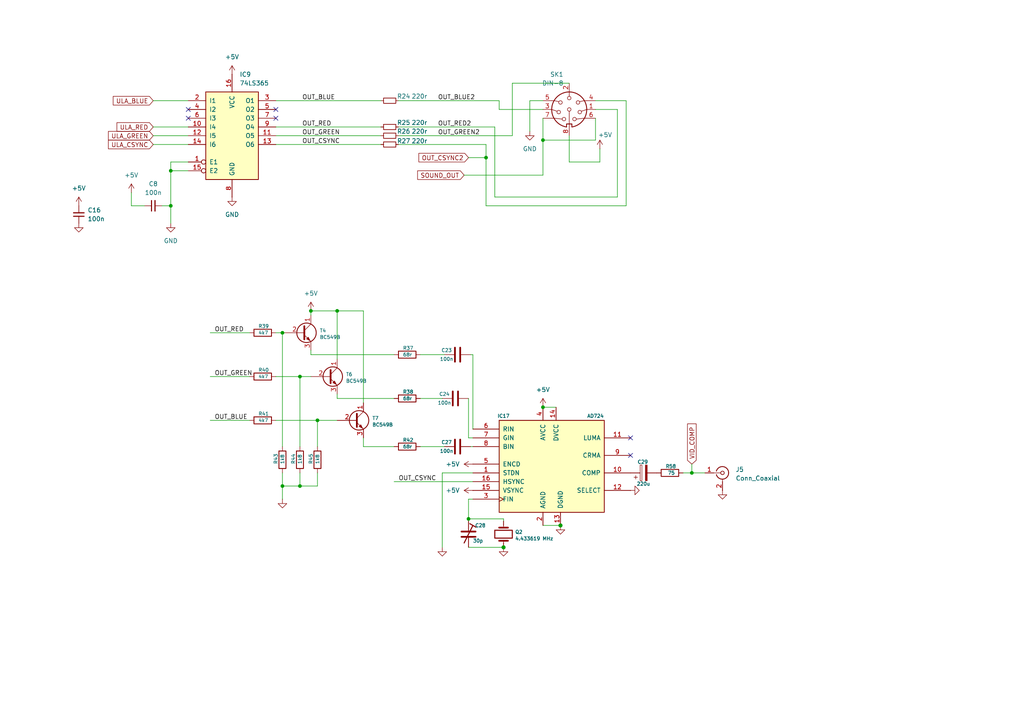
<source format=kicad_sch>
(kicad_sch
	(version 20231120)
	(generator "eeschema")
	(generator_version "8.0")
	(uuid "2dfc596c-3c62-48d7-aead-818e89aa0e4f")
	(paper "A4")
	(lib_symbols
		(symbol "74xx:74LS365"
			(pin_names
				(offset 1.016)
			)
			(exclude_from_sim no)
			(in_bom yes)
			(on_board yes)
			(property "Reference" "U"
				(at -7.62 13.97 0)
				(effects
					(font
						(size 1.27 1.27)
					)
				)
			)
			(property "Value" "74LS365"
				(at -7.62 -13.97 0)
				(effects
					(font
						(size 1.27 1.27)
					)
				)
			)
			(property "Footprint" ""
				(at 0 0 0)
				(effects
					(font
						(size 1.27 1.27)
					)
					(hide yes)
				)
			)
			(property "Datasheet" "http://www.ti.com/lit/gpn/sn74LS365"
				(at 0 0 0)
				(effects
					(font
						(size 1.27 1.27)
					)
					(hide yes)
				)
			)
			(property "Description" "Hex Bus Driver, 3-State Outputs"
				(at 0 0 0)
				(effects
					(font
						(size 1.27 1.27)
					)
					(hide yes)
				)
			)
			(property "ki_locked" ""
				(at 0 0 0)
				(effects
					(font
						(size 1.27 1.27)
					)
				)
			)
			(property "ki_keywords" "TTL Buffer BUS 3State"
				(at 0 0 0)
				(effects
					(font
						(size 1.27 1.27)
					)
					(hide yes)
				)
			)
			(property "ki_fp_filters" "DIP?16*"
				(at 0 0 0)
				(effects
					(font
						(size 1.27 1.27)
					)
					(hide yes)
				)
			)
			(symbol "74LS365_1_0"
				(pin input inverted
					(at -12.7 -7.62 0)
					(length 5.08)
					(name "E1"
						(effects
							(font
								(size 1.27 1.27)
							)
						)
					)
					(number "1"
						(effects
							(font
								(size 1.27 1.27)
							)
						)
					)
				)
				(pin input line
					(at -12.7 2.54 0)
					(length 5.08)
					(name "I4"
						(effects
							(font
								(size 1.27 1.27)
							)
						)
					)
					(number "10"
						(effects
							(font
								(size 1.27 1.27)
							)
						)
					)
				)
				(pin tri_state line
					(at 12.7 0 180)
					(length 5.08)
					(name "O5"
						(effects
							(font
								(size 1.27 1.27)
							)
						)
					)
					(number "11"
						(effects
							(font
								(size 1.27 1.27)
							)
						)
					)
				)
				(pin input line
					(at -12.7 0 0)
					(length 5.08)
					(name "I5"
						(effects
							(font
								(size 1.27 1.27)
							)
						)
					)
					(number "12"
						(effects
							(font
								(size 1.27 1.27)
							)
						)
					)
				)
				(pin tri_state line
					(at 12.7 -2.54 180)
					(length 5.08)
					(name "O6"
						(effects
							(font
								(size 1.27 1.27)
							)
						)
					)
					(number "13"
						(effects
							(font
								(size 1.27 1.27)
							)
						)
					)
				)
				(pin input line
					(at -12.7 -2.54 0)
					(length 5.08)
					(name "I6"
						(effects
							(font
								(size 1.27 1.27)
							)
						)
					)
					(number "14"
						(effects
							(font
								(size 1.27 1.27)
							)
						)
					)
				)
				(pin input inverted
					(at -12.7 -10.16 0)
					(length 5.08)
					(name "E2"
						(effects
							(font
								(size 1.27 1.27)
							)
						)
					)
					(number "15"
						(effects
							(font
								(size 1.27 1.27)
							)
						)
					)
				)
				(pin power_in line
					(at 0 17.78 270)
					(length 5.08)
					(name "VCC"
						(effects
							(font
								(size 1.27 1.27)
							)
						)
					)
					(number "16"
						(effects
							(font
								(size 1.27 1.27)
							)
						)
					)
				)
				(pin input line
					(at -12.7 10.16 0)
					(length 5.08)
					(name "I1"
						(effects
							(font
								(size 1.27 1.27)
							)
						)
					)
					(number "2"
						(effects
							(font
								(size 1.27 1.27)
							)
						)
					)
				)
				(pin tri_state line
					(at 12.7 10.16 180)
					(length 5.08)
					(name "O1"
						(effects
							(font
								(size 1.27 1.27)
							)
						)
					)
					(number "3"
						(effects
							(font
								(size 1.27 1.27)
							)
						)
					)
				)
				(pin input line
					(at -12.7 7.62 0)
					(length 5.08)
					(name "I2"
						(effects
							(font
								(size 1.27 1.27)
							)
						)
					)
					(number "4"
						(effects
							(font
								(size 1.27 1.27)
							)
						)
					)
				)
				(pin tri_state line
					(at 12.7 7.62 180)
					(length 5.08)
					(name "O2"
						(effects
							(font
								(size 1.27 1.27)
							)
						)
					)
					(number "5"
						(effects
							(font
								(size 1.27 1.27)
							)
						)
					)
				)
				(pin input line
					(at -12.7 5.08 0)
					(length 5.08)
					(name "I3"
						(effects
							(font
								(size 1.27 1.27)
							)
						)
					)
					(number "6"
						(effects
							(font
								(size 1.27 1.27)
							)
						)
					)
				)
				(pin tri_state line
					(at 12.7 5.08 180)
					(length 5.08)
					(name "O3"
						(effects
							(font
								(size 1.27 1.27)
							)
						)
					)
					(number "7"
						(effects
							(font
								(size 1.27 1.27)
							)
						)
					)
				)
				(pin power_in line
					(at 0 -17.78 90)
					(length 5.08)
					(name "GND"
						(effects
							(font
								(size 1.27 1.27)
							)
						)
					)
					(number "8"
						(effects
							(font
								(size 1.27 1.27)
							)
						)
					)
				)
				(pin tri_state line
					(at 12.7 2.54 180)
					(length 5.08)
					(name "O4"
						(effects
							(font
								(size 1.27 1.27)
							)
						)
					)
					(number "9"
						(effects
							(font
								(size 1.27 1.27)
							)
						)
					)
				)
			)
			(symbol "74LS365_1_1"
				(rectangle
					(start -7.62 12.7)
					(end 7.62 -12.7)
					(stroke
						(width 0.254)
						(type default)
					)
					(fill
						(type background)
					)
				)
			)
		)
		(symbol "Connector:Conn_Coaxial"
			(pin_names
				(offset 1.016) hide)
			(exclude_from_sim no)
			(in_bom yes)
			(on_board yes)
			(property "Reference" "J"
				(at 0.254 3.048 0)
				(effects
					(font
						(size 1.27 1.27)
					)
				)
			)
			(property "Value" "Conn_Coaxial"
				(at 2.921 0 90)
				(effects
					(font
						(size 1.27 1.27)
					)
				)
			)
			(property "Footprint" ""
				(at 0 0 0)
				(effects
					(font
						(size 1.27 1.27)
					)
					(hide yes)
				)
			)
			(property "Datasheet" "~"
				(at 0 0 0)
				(effects
					(font
						(size 1.27 1.27)
					)
					(hide yes)
				)
			)
			(property "Description" "coaxial connector (BNC, SMA, SMB, SMC, Cinch/RCA, LEMO, ...)"
				(at 0 0 0)
				(effects
					(font
						(size 1.27 1.27)
					)
					(hide yes)
				)
			)
			(property "ki_keywords" "BNC SMA SMB SMC LEMO coaxial connector CINCH RCA MCX MMCX U.FL UMRF"
				(at 0 0 0)
				(effects
					(font
						(size 1.27 1.27)
					)
					(hide yes)
				)
			)
			(property "ki_fp_filters" "*BNC* *SMA* *SMB* *SMC* *Cinch* *LEMO* *UMRF* *MCX* *U.FL*"
				(at 0 0 0)
				(effects
					(font
						(size 1.27 1.27)
					)
					(hide yes)
				)
			)
			(symbol "Conn_Coaxial_0_1"
				(arc
					(start -1.778 -0.508)
					(mid 0.2311 -1.8066)
					(end 1.778 0)
					(stroke
						(width 0.254)
						(type default)
					)
					(fill
						(type none)
					)
				)
				(polyline
					(pts
						(xy -2.54 0) (xy -0.508 0)
					)
					(stroke
						(width 0)
						(type default)
					)
					(fill
						(type none)
					)
				)
				(polyline
					(pts
						(xy 0 -2.54) (xy 0 -1.778)
					)
					(stroke
						(width 0)
						(type default)
					)
					(fill
						(type none)
					)
				)
				(circle
					(center 0 0)
					(radius 0.508)
					(stroke
						(width 0.2032)
						(type default)
					)
					(fill
						(type none)
					)
				)
				(arc
					(start 1.778 0)
					(mid 0.2099 1.8101)
					(end -1.778 0.508)
					(stroke
						(width 0.254)
						(type default)
					)
					(fill
						(type none)
					)
				)
			)
			(symbol "Conn_Coaxial_1_1"
				(pin passive line
					(at -5.08 0 0)
					(length 2.54)
					(name "In"
						(effects
							(font
								(size 1.27 1.27)
							)
						)
					)
					(number "1"
						(effects
							(font
								(size 1.27 1.27)
							)
						)
					)
				)
				(pin passive line
					(at 0 -5.08 90)
					(length 2.54)
					(name "Ext"
						(effects
							(font
								(size 1.27 1.27)
							)
						)
					)
					(number "2"
						(effects
							(font
								(size 1.27 1.27)
							)
						)
					)
				)
			)
		)
		(symbol "Connector:DIN-8"
			(pin_names
				(offset 1.016)
			)
			(exclude_from_sim no)
			(in_bom yes)
			(on_board yes)
			(property "Reference" "J"
				(at 3.175 5.715 0)
				(effects
					(font
						(size 1.27 1.27)
					)
				)
			)
			(property "Value" "DIN-8"
				(at 2.032 -5.842 0)
				(effects
					(font
						(size 1.27 1.27)
					)
					(justify left)
				)
			)
			(property "Footprint" ""
				(at 0 0 0)
				(effects
					(font
						(size 1.27 1.27)
					)
					(hide yes)
				)
			)
			(property "Datasheet" "http://www.mouser.com/ds/2/18/40_c091_abd_e-75918.pdf"
				(at 0 0 0)
				(effects
					(font
						(size 1.27 1.27)
					)
					(hide yes)
				)
			)
			(property "Description" "8-pin DIN connector"
				(at 0 0 0)
				(effects
					(font
						(size 1.27 1.27)
					)
					(hide yes)
				)
			)
			(property "ki_keywords" "circular DIN connector"
				(at 0 0 0)
				(effects
					(font
						(size 1.27 1.27)
					)
					(hide yes)
				)
			)
			(property "ki_fp_filters" "DIN*"
				(at 0 0 0)
				(effects
					(font
						(size 1.27 1.27)
					)
					(hide yes)
				)
			)
			(symbol "DIN-8_0_1"
				(arc
					(start -5.08 0)
					(mid -3.8609 -3.3364)
					(end -0.762 -5.08)
					(stroke
						(width 0.254)
						(type default)
					)
					(fill
						(type none)
					)
				)
				(circle
					(center -3.048 -0.762)
					(radius 0.508)
					(stroke
						(width 0)
						(type default)
					)
					(fill
						(type none)
					)
				)
				(circle
					(center -2.54 2.032)
					(radius 0.508)
					(stroke
						(width 0)
						(type default)
					)
					(fill
						(type none)
					)
				)
				(circle
					(center -1.524 -2.794)
					(radius 0.508)
					(stroke
						(width 0)
						(type default)
					)
					(fill
						(type none)
					)
				)
				(polyline
					(pts
						(xy -5.08 0) (xy -3.556 -0.508)
					)
					(stroke
						(width 0)
						(type default)
					)
					(fill
						(type none)
					)
				)
				(polyline
					(pts
						(xy 0 -0.508) (xy 0 -5.08)
					)
					(stroke
						(width 0)
						(type default)
					)
					(fill
						(type none)
					)
				)
				(polyline
					(pts
						(xy 0 5.08) (xy 0 3.81)
					)
					(stroke
						(width 0)
						(type default)
					)
					(fill
						(type none)
					)
				)
				(polyline
					(pts
						(xy 5.08 0) (xy 3.556 -0.508)
					)
					(stroke
						(width 0)
						(type default)
					)
					(fill
						(type none)
					)
				)
				(polyline
					(pts
						(xy -5.08 -2.54) (xy -4.318 -2.54) (xy -2.032 -2.794)
					)
					(stroke
						(width 0)
						(type default)
					)
					(fill
						(type none)
					)
				)
				(polyline
					(pts
						(xy -5.08 2.54) (xy -4.318 2.54) (xy -3.048 2.286)
					)
					(stroke
						(width 0)
						(type default)
					)
					(fill
						(type none)
					)
				)
				(polyline
					(pts
						(xy 5.08 -2.54) (xy 4.318 -2.54) (xy 2.032 -2.794)
					)
					(stroke
						(width 0)
						(type default)
					)
					(fill
						(type none)
					)
				)
				(polyline
					(pts
						(xy 5.08 2.54) (xy 4.318 2.54) (xy 3.048 2.286)
					)
					(stroke
						(width 0)
						(type default)
					)
					(fill
						(type none)
					)
				)
				(polyline
					(pts
						(xy -0.762 -4.953) (xy -0.762 -4.191) (xy 0.762 -4.191) (xy 0.762 -4.953)
					)
					(stroke
						(width 0.254)
						(type default)
					)
					(fill
						(type none)
					)
				)
				(circle
					(center 0 0)
					(radius 0.508)
					(stroke
						(width 0)
						(type default)
					)
					(fill
						(type none)
					)
				)
				(circle
					(center 0 3.302)
					(radius 0.508)
					(stroke
						(width 0)
						(type default)
					)
					(fill
						(type none)
					)
				)
				(arc
					(start 0.762 -5.08)
					(mid 3.8685 -3.343)
					(end 5.08 0)
					(stroke
						(width 0.254)
						(type default)
					)
					(fill
						(type none)
					)
				)
				(circle
					(center 1.524 -2.794)
					(radius 0.508)
					(stroke
						(width 0)
						(type default)
					)
					(fill
						(type none)
					)
				)
				(circle
					(center 2.54 2.032)
					(radius 0.508)
					(stroke
						(width 0)
						(type default)
					)
					(fill
						(type none)
					)
				)
				(circle
					(center 3.048 -0.762)
					(radius 0.508)
					(stroke
						(width 0)
						(type default)
					)
					(fill
						(type none)
					)
				)
				(arc
					(start 5.08 0)
					(mid 0 5.0579)
					(end -5.08 0)
					(stroke
						(width 0.254)
						(type default)
					)
					(fill
						(type none)
					)
				)
			)
			(symbol "DIN-8_1_1"
				(pin passive line
					(at -7.62 0 0)
					(length 2.54)
					(name "~"
						(effects
							(font
								(size 1.27 1.27)
							)
						)
					)
					(number "1"
						(effects
							(font
								(size 1.27 1.27)
							)
						)
					)
				)
				(pin passive line
					(at 0 7.62 270)
					(length 2.54)
					(name "~"
						(effects
							(font
								(size 1.27 1.27)
							)
						)
					)
					(number "2"
						(effects
							(font
								(size 1.27 1.27)
							)
						)
					)
				)
				(pin passive line
					(at 7.62 0 180)
					(length 2.54)
					(name "~"
						(effects
							(font
								(size 1.27 1.27)
							)
						)
					)
					(number "3"
						(effects
							(font
								(size 1.27 1.27)
							)
						)
					)
				)
				(pin passive line
					(at -7.62 2.54 0)
					(length 2.54)
					(name "~"
						(effects
							(font
								(size 1.27 1.27)
							)
						)
					)
					(number "4"
						(effects
							(font
								(size 1.27 1.27)
							)
						)
					)
				)
				(pin passive line
					(at 7.62 2.54 180)
					(length 2.54)
					(name "~"
						(effects
							(font
								(size 1.27 1.27)
							)
						)
					)
					(number "5"
						(effects
							(font
								(size 1.27 1.27)
							)
						)
					)
				)
				(pin passive line
					(at -7.62 -2.54 0)
					(length 2.54)
					(name "~"
						(effects
							(font
								(size 1.27 1.27)
							)
						)
					)
					(number "6"
						(effects
							(font
								(size 1.27 1.27)
							)
						)
					)
				)
				(pin passive line
					(at 7.62 -2.54 180)
					(length 2.54)
					(name "~"
						(effects
							(font
								(size 1.27 1.27)
							)
						)
					)
					(number "7"
						(effects
							(font
								(size 1.27 1.27)
							)
						)
					)
				)
				(pin passive line
					(at 0 -7.62 90)
					(length 2.54)
					(name "~"
						(effects
							(font
								(size 1.27 1.27)
							)
						)
					)
					(number "8"
						(effects
							(font
								(size 1.27 1.27)
							)
						)
					)
				)
			)
		)
		(symbol "Device:C"
			(pin_numbers hide)
			(pin_names
				(offset 0.254)
			)
			(exclude_from_sim no)
			(in_bom yes)
			(on_board yes)
			(property "Reference" "C"
				(at 0.635 2.54 0)
				(effects
					(font
						(size 1.27 1.27)
					)
					(justify left)
				)
			)
			(property "Value" "C"
				(at 0.635 -2.54 0)
				(effects
					(font
						(size 1.27 1.27)
					)
					(justify left)
				)
			)
			(property "Footprint" ""
				(at 0.9652 -3.81 0)
				(effects
					(font
						(size 1.27 1.27)
					)
					(hide yes)
				)
			)
			(property "Datasheet" "~"
				(at 0 0 0)
				(effects
					(font
						(size 1.27 1.27)
					)
					(hide yes)
				)
			)
			(property "Description" "Unpolarized capacitor"
				(at 0 0 0)
				(effects
					(font
						(size 1.27 1.27)
					)
					(hide yes)
				)
			)
			(property "ki_keywords" "cap capacitor"
				(at 0 0 0)
				(effects
					(font
						(size 1.27 1.27)
					)
					(hide yes)
				)
			)
			(property "ki_fp_filters" "C_*"
				(at 0 0 0)
				(effects
					(font
						(size 1.27 1.27)
					)
					(hide yes)
				)
			)
			(symbol "C_0_1"
				(polyline
					(pts
						(xy -2.032 -0.762) (xy 2.032 -0.762)
					)
					(stroke
						(width 0.508)
						(type default)
					)
					(fill
						(type none)
					)
				)
				(polyline
					(pts
						(xy -2.032 0.762) (xy 2.032 0.762)
					)
					(stroke
						(width 0.508)
						(type default)
					)
					(fill
						(type none)
					)
				)
			)
			(symbol "C_1_1"
				(pin passive line
					(at 0 3.81 270)
					(length 2.794)
					(name "~"
						(effects
							(font
								(size 1.27 1.27)
							)
						)
					)
					(number "1"
						(effects
							(font
								(size 1.27 1.27)
							)
						)
					)
				)
				(pin passive line
					(at 0 -3.81 90)
					(length 2.794)
					(name "~"
						(effects
							(font
								(size 1.27 1.27)
							)
						)
					)
					(number "2"
						(effects
							(font
								(size 1.27 1.27)
							)
						)
					)
				)
			)
		)
		(symbol "Device:CP"
			(pin_numbers hide)
			(pin_names
				(offset 0.254)
			)
			(exclude_from_sim no)
			(in_bom yes)
			(on_board yes)
			(property "Reference" "C"
				(at 0.635 2.54 0)
				(effects
					(font
						(size 1.27 1.27)
					)
					(justify left)
				)
			)
			(property "Value" "CP"
				(at 0.635 -2.54 0)
				(effects
					(font
						(size 1.27 1.27)
					)
					(justify left)
				)
			)
			(property "Footprint" ""
				(at 0.9652 -3.81 0)
				(effects
					(font
						(size 1.27 1.27)
					)
					(hide yes)
				)
			)
			(property "Datasheet" "~"
				(at 0 0 0)
				(effects
					(font
						(size 1.27 1.27)
					)
					(hide yes)
				)
			)
			(property "Description" "Polarized capacitor"
				(at 0 0 0)
				(effects
					(font
						(size 1.27 1.27)
					)
					(hide yes)
				)
			)
			(property "ki_keywords" "cap capacitor"
				(at 0 0 0)
				(effects
					(font
						(size 1.27 1.27)
					)
					(hide yes)
				)
			)
			(property "ki_fp_filters" "CP_*"
				(at 0 0 0)
				(effects
					(font
						(size 1.27 1.27)
					)
					(hide yes)
				)
			)
			(symbol "CP_0_1"
				(rectangle
					(start -2.286 0.508)
					(end 2.286 1.016)
					(stroke
						(width 0)
						(type default)
					)
					(fill
						(type none)
					)
				)
				(polyline
					(pts
						(xy -1.778 2.286) (xy -0.762 2.286)
					)
					(stroke
						(width 0)
						(type default)
					)
					(fill
						(type none)
					)
				)
				(polyline
					(pts
						(xy -1.27 2.794) (xy -1.27 1.778)
					)
					(stroke
						(width 0)
						(type default)
					)
					(fill
						(type none)
					)
				)
				(rectangle
					(start 2.286 -0.508)
					(end -2.286 -1.016)
					(stroke
						(width 0)
						(type default)
					)
					(fill
						(type outline)
					)
				)
			)
			(symbol "CP_1_1"
				(pin passive line
					(at 0 3.81 270)
					(length 2.794)
					(name "~"
						(effects
							(font
								(size 1.27 1.27)
							)
						)
					)
					(number "1"
						(effects
							(font
								(size 1.27 1.27)
							)
						)
					)
				)
				(pin passive line
					(at 0 -3.81 90)
					(length 2.794)
					(name "~"
						(effects
							(font
								(size 1.27 1.27)
							)
						)
					)
					(number "2"
						(effects
							(font
								(size 1.27 1.27)
							)
						)
					)
				)
			)
		)
		(symbol "Device:CTRIM"
			(pin_numbers hide)
			(pin_names
				(offset 0.254) hide)
			(exclude_from_sim no)
			(in_bom yes)
			(on_board yes)
			(property "Reference" "C"
				(at 1.524 -2.032 0)
				(effects
					(font
						(size 1.27 1.27)
					)
				)
			)
			(property "Value" "CTRIM"
				(at 3.048 -3.556 0)
				(effects
					(font
						(size 1.27 1.27)
					)
				)
			)
			(property "Footprint" ""
				(at 0 0 0)
				(effects
					(font
						(size 1.27 1.27)
					)
					(hide yes)
				)
			)
			(property "Datasheet" "~"
				(at 0 0 0)
				(effects
					(font
						(size 1.27 1.27)
					)
					(hide yes)
				)
			)
			(property "Description" "Trimmable capacitor"
				(at 0 0 0)
				(effects
					(font
						(size 1.27 1.27)
					)
					(hide yes)
				)
			)
			(property "ki_keywords" "trimmer variable capacitor"
				(at 0 0 0)
				(effects
					(font
						(size 1.27 1.27)
					)
					(hide yes)
				)
			)
			(symbol "CTRIM_0_1"
				(polyline
					(pts
						(xy -2.032 -0.762) (xy 2.032 -0.762)
					)
					(stroke
						(width 0.508)
						(type default)
					)
					(fill
						(type none)
					)
				)
				(polyline
					(pts
						(xy -2.032 0.762) (xy 2.032 0.762)
					)
					(stroke
						(width 0.508)
						(type default)
					)
					(fill
						(type none)
					)
				)
				(polyline
					(pts
						(xy 1.27 2.54) (xy -1.27 -2.54)
					)
					(stroke
						(width 0.3048)
						(type default)
					)
					(fill
						(type none)
					)
				)
				(polyline
					(pts
						(xy 1.27 2.54) (xy 0.381 3.048)
					)
					(stroke
						(width 0.3048)
						(type default)
					)
					(fill
						(type none)
					)
				)
				(polyline
					(pts
						(xy 1.27 2.54) (xy 2.159 2.032)
					)
					(stroke
						(width 0.3048)
						(type default)
					)
					(fill
						(type none)
					)
				)
			)
			(symbol "CTRIM_1_1"
				(pin passive line
					(at 0 3.81 270)
					(length 3.048)
					(name "~"
						(effects
							(font
								(size 1.27 1.27)
							)
						)
					)
					(number "1"
						(effects
							(font
								(size 1.27 1.27)
							)
						)
					)
				)
				(pin passive line
					(at 0 -3.81 90)
					(length 3.048)
					(name "~"
						(effects
							(font
								(size 1.27 1.27)
							)
						)
					)
					(number "2"
						(effects
							(font
								(size 1.27 1.27)
							)
						)
					)
				)
			)
		)
		(symbol "Device:C_Small"
			(pin_numbers hide)
			(pin_names
				(offset 0.254) hide)
			(exclude_from_sim no)
			(in_bom yes)
			(on_board yes)
			(property "Reference" "C"
				(at 0.254 1.778 0)
				(effects
					(font
						(size 1.27 1.27)
					)
					(justify left)
				)
			)
			(property "Value" "C_Small"
				(at 0.254 -2.032 0)
				(effects
					(font
						(size 1.27 1.27)
					)
					(justify left)
				)
			)
			(property "Footprint" ""
				(at 0 0 0)
				(effects
					(font
						(size 1.27 1.27)
					)
					(hide yes)
				)
			)
			(property "Datasheet" "~"
				(at 0 0 0)
				(effects
					(font
						(size 1.27 1.27)
					)
					(hide yes)
				)
			)
			(property "Description" "Unpolarized capacitor, small symbol"
				(at 0 0 0)
				(effects
					(font
						(size 1.27 1.27)
					)
					(hide yes)
				)
			)
			(property "ki_keywords" "capacitor cap"
				(at 0 0 0)
				(effects
					(font
						(size 1.27 1.27)
					)
					(hide yes)
				)
			)
			(property "ki_fp_filters" "C_*"
				(at 0 0 0)
				(effects
					(font
						(size 1.27 1.27)
					)
					(hide yes)
				)
			)
			(symbol "C_Small_0_1"
				(polyline
					(pts
						(xy -1.524 -0.508) (xy 1.524 -0.508)
					)
					(stroke
						(width 0.3302)
						(type default)
					)
					(fill
						(type none)
					)
				)
				(polyline
					(pts
						(xy -1.524 0.508) (xy 1.524 0.508)
					)
					(stroke
						(width 0.3048)
						(type default)
					)
					(fill
						(type none)
					)
				)
			)
			(symbol "C_Small_1_1"
				(pin passive line
					(at 0 2.54 270)
					(length 2.032)
					(name "~"
						(effects
							(font
								(size 1.27 1.27)
							)
						)
					)
					(number "1"
						(effects
							(font
								(size 1.27 1.27)
							)
						)
					)
				)
				(pin passive line
					(at 0 -2.54 90)
					(length 2.032)
					(name "~"
						(effects
							(font
								(size 1.27 1.27)
							)
						)
					)
					(number "2"
						(effects
							(font
								(size 1.27 1.27)
							)
						)
					)
				)
			)
		)
		(symbol "Device:Crystal"
			(pin_numbers hide)
			(pin_names
				(offset 1.016) hide)
			(exclude_from_sim no)
			(in_bom yes)
			(on_board yes)
			(property "Reference" "Y"
				(at 0 3.81 0)
				(effects
					(font
						(size 1.27 1.27)
					)
				)
			)
			(property "Value" "Crystal"
				(at 0 -3.81 0)
				(effects
					(font
						(size 1.27 1.27)
					)
				)
			)
			(property "Footprint" ""
				(at 0 0 0)
				(effects
					(font
						(size 1.27 1.27)
					)
					(hide yes)
				)
			)
			(property "Datasheet" "~"
				(at 0 0 0)
				(effects
					(font
						(size 1.27 1.27)
					)
					(hide yes)
				)
			)
			(property "Description" "Two pin crystal"
				(at 0 0 0)
				(effects
					(font
						(size 1.27 1.27)
					)
					(hide yes)
				)
			)
			(property "ki_keywords" "quartz ceramic resonator oscillator"
				(at 0 0 0)
				(effects
					(font
						(size 1.27 1.27)
					)
					(hide yes)
				)
			)
			(property "ki_fp_filters" "Crystal*"
				(at 0 0 0)
				(effects
					(font
						(size 1.27 1.27)
					)
					(hide yes)
				)
			)
			(symbol "Crystal_0_1"
				(rectangle
					(start -1.143 2.54)
					(end 1.143 -2.54)
					(stroke
						(width 0.3048)
						(type default)
					)
					(fill
						(type none)
					)
				)
				(polyline
					(pts
						(xy -2.54 0) (xy -1.905 0)
					)
					(stroke
						(width 0)
						(type default)
					)
					(fill
						(type none)
					)
				)
				(polyline
					(pts
						(xy -1.905 -1.27) (xy -1.905 1.27)
					)
					(stroke
						(width 0.508)
						(type default)
					)
					(fill
						(type none)
					)
				)
				(polyline
					(pts
						(xy 1.905 -1.27) (xy 1.905 1.27)
					)
					(stroke
						(width 0.508)
						(type default)
					)
					(fill
						(type none)
					)
				)
				(polyline
					(pts
						(xy 2.54 0) (xy 1.905 0)
					)
					(stroke
						(width 0)
						(type default)
					)
					(fill
						(type none)
					)
				)
			)
			(symbol "Crystal_1_1"
				(pin passive line
					(at -3.81 0 0)
					(length 1.27)
					(name "1"
						(effects
							(font
								(size 1.27 1.27)
							)
						)
					)
					(number "1"
						(effects
							(font
								(size 1.27 1.27)
							)
						)
					)
				)
				(pin passive line
					(at 3.81 0 180)
					(length 1.27)
					(name "2"
						(effects
							(font
								(size 1.27 1.27)
							)
						)
					)
					(number "2"
						(effects
							(font
								(size 1.27 1.27)
							)
						)
					)
				)
			)
		)
		(symbol "Device:Q_NPN_CBE"
			(pin_names
				(offset 0) hide)
			(exclude_from_sim no)
			(in_bom yes)
			(on_board yes)
			(property "Reference" "Q"
				(at 5.08 1.27 0)
				(effects
					(font
						(size 1.27 1.27)
					)
					(justify left)
				)
			)
			(property "Value" "Q_NPN_CBE"
				(at 5.08 -1.27 0)
				(effects
					(font
						(size 1.27 1.27)
					)
					(justify left)
				)
			)
			(property "Footprint" ""
				(at 5.08 2.54 0)
				(effects
					(font
						(size 1.27 1.27)
					)
					(hide yes)
				)
			)
			(property "Datasheet" "~"
				(at 0 0 0)
				(effects
					(font
						(size 1.27 1.27)
					)
					(hide yes)
				)
			)
			(property "Description" "NPN transistor, collector/base/emitter"
				(at 0 0 0)
				(effects
					(font
						(size 1.27 1.27)
					)
					(hide yes)
				)
			)
			(property "ki_keywords" "transistor NPN"
				(at 0 0 0)
				(effects
					(font
						(size 1.27 1.27)
					)
					(hide yes)
				)
			)
			(symbol "Q_NPN_CBE_0_1"
				(polyline
					(pts
						(xy 0.635 0.635) (xy 2.54 2.54)
					)
					(stroke
						(width 0)
						(type default)
					)
					(fill
						(type none)
					)
				)
				(polyline
					(pts
						(xy 0.635 -0.635) (xy 2.54 -2.54) (xy 2.54 -2.54)
					)
					(stroke
						(width 0)
						(type default)
					)
					(fill
						(type none)
					)
				)
				(polyline
					(pts
						(xy 0.635 1.905) (xy 0.635 -1.905) (xy 0.635 -1.905)
					)
					(stroke
						(width 0.508)
						(type default)
					)
					(fill
						(type none)
					)
				)
				(polyline
					(pts
						(xy 1.27 -1.778) (xy 1.778 -1.27) (xy 2.286 -2.286) (xy 1.27 -1.778) (xy 1.27 -1.778)
					)
					(stroke
						(width 0)
						(type default)
					)
					(fill
						(type outline)
					)
				)
				(circle
					(center 1.27 0)
					(radius 2.8194)
					(stroke
						(width 0.254)
						(type default)
					)
					(fill
						(type none)
					)
				)
			)
			(symbol "Q_NPN_CBE_1_1"
				(pin passive line
					(at 2.54 5.08 270)
					(length 2.54)
					(name "C"
						(effects
							(font
								(size 1.27 1.27)
							)
						)
					)
					(number "1"
						(effects
							(font
								(size 1.27 1.27)
							)
						)
					)
				)
				(pin input line
					(at -5.08 0 0)
					(length 5.715)
					(name "B"
						(effects
							(font
								(size 1.27 1.27)
							)
						)
					)
					(number "2"
						(effects
							(font
								(size 1.27 1.27)
							)
						)
					)
				)
				(pin passive line
					(at 2.54 -5.08 90)
					(length 2.54)
					(name "E"
						(effects
							(font
								(size 1.27 1.27)
							)
						)
					)
					(number "3"
						(effects
							(font
								(size 1.27 1.27)
							)
						)
					)
				)
			)
		)
		(symbol "Device:R"
			(pin_numbers hide)
			(pin_names
				(offset 0)
			)
			(exclude_from_sim no)
			(in_bom yes)
			(on_board yes)
			(property "Reference" "R"
				(at 2.032 0 90)
				(effects
					(font
						(size 1.27 1.27)
					)
				)
			)
			(property "Value" "R"
				(at 0 0 90)
				(effects
					(font
						(size 1.27 1.27)
					)
				)
			)
			(property "Footprint" ""
				(at -1.778 0 90)
				(effects
					(font
						(size 1.27 1.27)
					)
					(hide yes)
				)
			)
			(property "Datasheet" "~"
				(at 0 0 0)
				(effects
					(font
						(size 1.27 1.27)
					)
					(hide yes)
				)
			)
			(property "Description" "Resistor"
				(at 0 0 0)
				(effects
					(font
						(size 1.27 1.27)
					)
					(hide yes)
				)
			)
			(property "ki_keywords" "R res resistor"
				(at 0 0 0)
				(effects
					(font
						(size 1.27 1.27)
					)
					(hide yes)
				)
			)
			(property "ki_fp_filters" "R_*"
				(at 0 0 0)
				(effects
					(font
						(size 1.27 1.27)
					)
					(hide yes)
				)
			)
			(symbol "R_0_1"
				(rectangle
					(start -1.016 -2.54)
					(end 1.016 2.54)
					(stroke
						(width 0.254)
						(type default)
					)
					(fill
						(type none)
					)
				)
			)
			(symbol "R_1_1"
				(pin passive line
					(at 0 3.81 270)
					(length 1.27)
					(name "~"
						(effects
							(font
								(size 1.27 1.27)
							)
						)
					)
					(number "1"
						(effects
							(font
								(size 1.27 1.27)
							)
						)
					)
				)
				(pin passive line
					(at 0 -3.81 90)
					(length 1.27)
					(name "~"
						(effects
							(font
								(size 1.27 1.27)
							)
						)
					)
					(number "2"
						(effects
							(font
								(size 1.27 1.27)
							)
						)
					)
				)
			)
		)
		(symbol "Device:R_Small"
			(pin_numbers hide)
			(pin_names
				(offset 0.254) hide)
			(exclude_from_sim no)
			(in_bom yes)
			(on_board yes)
			(property "Reference" "R"
				(at 0.762 0.508 0)
				(effects
					(font
						(size 1.27 1.27)
					)
					(justify left)
				)
			)
			(property "Value" "R_Small"
				(at 0.762 -1.016 0)
				(effects
					(font
						(size 1.27 1.27)
					)
					(justify left)
				)
			)
			(property "Footprint" ""
				(at 0 0 0)
				(effects
					(font
						(size 1.27 1.27)
					)
					(hide yes)
				)
			)
			(property "Datasheet" "~"
				(at 0 0 0)
				(effects
					(font
						(size 1.27 1.27)
					)
					(hide yes)
				)
			)
			(property "Description" "Resistor, small symbol"
				(at 0 0 0)
				(effects
					(font
						(size 1.27 1.27)
					)
					(hide yes)
				)
			)
			(property "ki_keywords" "R resistor"
				(at 0 0 0)
				(effects
					(font
						(size 1.27 1.27)
					)
					(hide yes)
				)
			)
			(property "ki_fp_filters" "R_*"
				(at 0 0 0)
				(effects
					(font
						(size 1.27 1.27)
					)
					(hide yes)
				)
			)
			(symbol "R_Small_0_1"
				(rectangle
					(start -0.762 1.778)
					(end 0.762 -1.778)
					(stroke
						(width 0.2032)
						(type default)
					)
					(fill
						(type none)
					)
				)
			)
			(symbol "R_Small_1_1"
				(pin passive line
					(at 0 2.54 270)
					(length 0.762)
					(name "~"
						(effects
							(font
								(size 1.27 1.27)
							)
						)
					)
					(number "1"
						(effects
							(font
								(size 1.27 1.27)
							)
						)
					)
				)
				(pin passive line
					(at 0 -2.54 90)
					(length 0.762)
					(name "~"
						(effects
							(font
								(size 1.27 1.27)
							)
						)
					)
					(number "2"
						(effects
							(font
								(size 1.27 1.27)
							)
						)
					)
				)
			)
		)
		(symbol "my:AD724"
			(pin_names
				(offset 1.016)
			)
			(exclude_from_sim no)
			(in_bom yes)
			(on_board yes)
			(property "Reference" "U"
				(at -13.97 13.97 0)
				(effects
					(font
						(size 1.27 1.27)
					)
				)
			)
			(property "Value" "AD724"
				(at 12.7 13.97 0)
				(effects
					(font
						(size 1.27 1.27)
					)
				)
			)
			(property "Footprint" "Package_SO:SOIC-16W_7.5x10.3mm_P1.27mm"
				(at 0 19.05 0)
				(effects
					(font
						(size 1.27 1.27)
					)
					(hide yes)
				)
			)
			(property "Datasheet" ""
				(at 0 0 0)
				(effects
					(font
						(size 1.27 1.27)
					)
					(hide yes)
				)
			)
			(property "Description" ""
				(at 0 0 0)
				(effects
					(font
						(size 1.27 1.27)
					)
					(hide yes)
				)
			)
			(property "ki_fp_filters" "SOIC*7.5x10.3mm*P1.27mm*"
				(at 0 0 0)
				(effects
					(font
						(size 1.27 1.27)
					)
					(hide yes)
				)
			)
			(symbol "AD724_0_1"
				(rectangle
					(start -15.24 12.7)
					(end 15.24 -13.97)
					(stroke
						(width 0.254)
						(type default)
					)
					(fill
						(type background)
					)
				)
			)
			(symbol "AD724_1_1"
				(pin input line
					(at -22.86 -2.54 0)
					(length 7.62)
					(name "STDN"
						(effects
							(font
								(size 1.27 1.27)
							)
						)
					)
					(number "1"
						(effects
							(font
								(size 1.27 1.27)
							)
						)
					)
				)
				(pin output line
					(at 22.86 -2.54 180)
					(length 7.62)
					(name "COMP"
						(effects
							(font
								(size 1.27 1.27)
							)
						)
					)
					(number "10"
						(effects
							(font
								(size 1.27 1.27)
							)
						)
					)
				)
				(pin output line
					(at 22.86 7.62 180)
					(length 7.62)
					(name "LUMA"
						(effects
							(font
								(size 1.27 1.27)
							)
						)
					)
					(number "11"
						(effects
							(font
								(size 1.27 1.27)
							)
						)
					)
				)
				(pin input line
					(at 22.86 -7.62 180)
					(length 7.62)
					(name "SELECT"
						(effects
							(font
								(size 1.27 1.27)
							)
						)
					)
					(number "12"
						(effects
							(font
								(size 1.27 1.27)
							)
						)
					)
				)
				(pin power_in line
					(at 2.54 -17.78 90)
					(length 3.81)
					(name "DGND"
						(effects
							(font
								(size 1.27 1.27)
							)
						)
					)
					(number "13"
						(effects
							(font
								(size 1.27 1.27)
							)
						)
					)
				)
				(pin power_in line
					(at 1.27 16.51 270)
					(length 3.81)
					(name "DVCC"
						(effects
							(font
								(size 1.27 1.27)
							)
						)
					)
					(number "14"
						(effects
							(font
								(size 1.27 1.27)
							)
						)
					)
				)
				(pin input line
					(at -22.86 -7.62 0)
					(length 7.62)
					(name "VSYNC"
						(effects
							(font
								(size 1.27 1.27)
							)
						)
					)
					(number "15"
						(effects
							(font
								(size 1.27 1.27)
							)
						)
					)
				)
				(pin input line
					(at -22.86 -5.08 0)
					(length 7.62)
					(name "HSYNC"
						(effects
							(font
								(size 1.27 1.27)
							)
						)
					)
					(number "16"
						(effects
							(font
								(size 1.27 1.27)
							)
						)
					)
				)
				(pin power_in line
					(at -2.54 -17.78 90)
					(length 3.81)
					(name "AGND"
						(effects
							(font
								(size 1.27 1.27)
							)
						)
					)
					(number "2"
						(effects
							(font
								(size 1.27 1.27)
							)
						)
					)
				)
				(pin input clock
					(at -22.86 -10.16 0)
					(length 7.62)
					(name "FIN"
						(effects
							(font
								(size 1.27 1.27)
							)
						)
					)
					(number "3"
						(effects
							(font
								(size 1.27 1.27)
							)
						)
					)
				)
				(pin power_in line
					(at -2.54 16.51 270)
					(length 3.81)
					(name "AVCC"
						(effects
							(font
								(size 1.27 1.27)
							)
						)
					)
					(number "4"
						(effects
							(font
								(size 1.27 1.27)
							)
						)
					)
				)
				(pin input line
					(at -22.86 0 0)
					(length 7.62)
					(name "ENCD"
						(effects
							(font
								(size 1.27 1.27)
							)
						)
					)
					(number "5"
						(effects
							(font
								(size 1.27 1.27)
							)
						)
					)
				)
				(pin input line
					(at -22.86 10.16 0)
					(length 7.62)
					(name "RIN"
						(effects
							(font
								(size 1.27 1.27)
							)
						)
					)
					(number "6"
						(effects
							(font
								(size 1.27 1.27)
							)
						)
					)
				)
				(pin input line
					(at -22.86 7.62 0)
					(length 7.62)
					(name "GIN"
						(effects
							(font
								(size 1.27 1.27)
							)
						)
					)
					(number "7"
						(effects
							(font
								(size 1.27 1.27)
							)
						)
					)
				)
				(pin input line
					(at -22.86 5.08 0)
					(length 7.62)
					(name "BIN"
						(effects
							(font
								(size 1.27 1.27)
							)
						)
					)
					(number "8"
						(effects
							(font
								(size 1.27 1.27)
							)
						)
					)
				)
				(pin output line
					(at 22.86 2.54 180)
					(length 7.62)
					(name "CRMA"
						(effects
							(font
								(size 1.27 1.27)
							)
						)
					)
					(number "9"
						(effects
							(font
								(size 1.27 1.27)
							)
						)
					)
				)
			)
		)
		(symbol "power:+5V"
			(power)
			(pin_numbers hide)
			(pin_names
				(offset 0) hide)
			(exclude_from_sim no)
			(in_bom yes)
			(on_board yes)
			(property "Reference" "#PWR"
				(at 0 -3.81 0)
				(effects
					(font
						(size 1.27 1.27)
					)
					(hide yes)
				)
			)
			(property "Value" "+5V"
				(at 0 3.556 0)
				(effects
					(font
						(size 1.27 1.27)
					)
				)
			)
			(property "Footprint" ""
				(at 0 0 0)
				(effects
					(font
						(size 1.27 1.27)
					)
					(hide yes)
				)
			)
			(property "Datasheet" ""
				(at 0 0 0)
				(effects
					(font
						(size 1.27 1.27)
					)
					(hide yes)
				)
			)
			(property "Description" "Power symbol creates a global label with name \"+5V\""
				(at 0 0 0)
				(effects
					(font
						(size 1.27 1.27)
					)
					(hide yes)
				)
			)
			(property "ki_keywords" "global power"
				(at 0 0 0)
				(effects
					(font
						(size 1.27 1.27)
					)
					(hide yes)
				)
			)
			(symbol "+5V_0_1"
				(polyline
					(pts
						(xy -0.762 1.27) (xy 0 2.54)
					)
					(stroke
						(width 0)
						(type default)
					)
					(fill
						(type none)
					)
				)
				(polyline
					(pts
						(xy 0 0) (xy 0 2.54)
					)
					(stroke
						(width 0)
						(type default)
					)
					(fill
						(type none)
					)
				)
				(polyline
					(pts
						(xy 0 2.54) (xy 0.762 1.27)
					)
					(stroke
						(width 0)
						(type default)
					)
					(fill
						(type none)
					)
				)
			)
			(symbol "+5V_1_1"
				(pin power_in line
					(at 0 0 90)
					(length 0)
					(name "~"
						(effects
							(font
								(size 1.27 1.27)
							)
						)
					)
					(number "1"
						(effects
							(font
								(size 1.27 1.27)
							)
						)
					)
				)
			)
		)
		(symbol "power:GND"
			(power)
			(pin_numbers hide)
			(pin_names
				(offset 0) hide)
			(exclude_from_sim no)
			(in_bom yes)
			(on_board yes)
			(property "Reference" "#PWR"
				(at 0 -6.35 0)
				(effects
					(font
						(size 1.27 1.27)
					)
					(hide yes)
				)
			)
			(property "Value" "GND"
				(at 0 -3.81 0)
				(effects
					(font
						(size 1.27 1.27)
					)
				)
			)
			(property "Footprint" ""
				(at 0 0 0)
				(effects
					(font
						(size 1.27 1.27)
					)
					(hide yes)
				)
			)
			(property "Datasheet" ""
				(at 0 0 0)
				(effects
					(font
						(size 1.27 1.27)
					)
					(hide yes)
				)
			)
			(property "Description" "Power symbol creates a global label with name \"GND\" , ground"
				(at 0 0 0)
				(effects
					(font
						(size 1.27 1.27)
					)
					(hide yes)
				)
			)
			(property "ki_keywords" "global power"
				(at 0 0 0)
				(effects
					(font
						(size 1.27 1.27)
					)
					(hide yes)
				)
			)
			(symbol "GND_0_1"
				(polyline
					(pts
						(xy 0 0) (xy 0 -1.27) (xy 1.27 -1.27) (xy 0 -2.54) (xy -1.27 -1.27) (xy 0 -1.27)
					)
					(stroke
						(width 0)
						(type default)
					)
					(fill
						(type none)
					)
				)
			)
			(symbol "GND_1_1"
				(pin power_in line
					(at 0 0 270)
					(length 0)
					(name "~"
						(effects
							(font
								(size 1.27 1.27)
							)
						)
					)
					(number "1"
						(effects
							(font
								(size 1.27 1.27)
							)
						)
					)
				)
			)
		)
	)
	(junction
		(at 97.79 90.17)
		(diameter 0)
		(color 0 0 0 0)
		(uuid "10194e95-af27-4f69-8afd-13ff3bd3b945")
	)
	(junction
		(at 81.915 96.52)
		(diameter 0)
		(color 0 0 0 0)
		(uuid "119f303b-c145-46ce-b210-0ef3fea699d7")
	)
	(junction
		(at 81.915 140.97)
		(diameter 0)
		(color 0 0 0 0)
		(uuid "133611df-f49c-468c-b4fc-494a3b339342")
	)
	(junction
		(at 157.48 118.11)
		(diameter 0)
		(color 0 0 0 0)
		(uuid "4a78d8aa-d6c0-4676-9e76-654843330a53")
	)
	(junction
		(at 200.66 137.16)
		(diameter 0)
		(color 0 0 0 0)
		(uuid "548f770c-bf98-44ae-a18f-6b62d91da787")
	)
	(junction
		(at 146.05 158.75)
		(diameter 1.016)
		(color 0 0 0 0)
		(uuid "71a79496-9e43-4b70-b578-e37b7f9fcc57")
	)
	(junction
		(at 86.995 109.22)
		(diameter 0)
		(color 0 0 0 0)
		(uuid "739ec436-ff77-43f3-826a-55ae89c0deaf")
	)
	(junction
		(at 49.53 49.53)
		(diameter 0)
		(color 0 0 0 0)
		(uuid "8c907fe5-e53a-4816-bdcb-c94a4e9e660c")
	)
	(junction
		(at 49.53 59.69)
		(diameter 0)
		(color 0 0 0 0)
		(uuid "91fcd5f4-b0f0-4789-8494-f26694a5143c")
	)
	(junction
		(at 140.97 45.72)
		(diameter 0)
		(color 0 0 0 0)
		(uuid "b317ce51-5acf-4513-8b4a-1674a518044c")
	)
	(junction
		(at 92.075 121.92)
		(diameter 0)
		(color 0 0 0 0)
		(uuid "b82269a8-6e23-4522-a1b2-511f2ad63e43")
	)
	(junction
		(at 162.56 152.4)
		(diameter 1.016)
		(color 0 0 0 0)
		(uuid "c1d839d9-95b1-4827-add7-1c3933e40ed1")
	)
	(junction
		(at 86.995 140.97)
		(diameter 0)
		(color 0 0 0 0)
		(uuid "e810e5d2-e038-4638-b02d-d0cdd35c28c1")
	)
	(junction
		(at 157.48 40.64)
		(diameter 0)
		(color 0 0 0 0)
		(uuid "eb6a28c3-857c-43fe-9ed2-210f15bc8a69")
	)
	(junction
		(at 90.17 90.17)
		(diameter 0)
		(color 0 0 0 0)
		(uuid "ebc18d95-2c02-4adc-8128-f22b88190cdc")
	)
	(junction
		(at 135.89 150.495)
		(diameter 0)
		(color 0 0 0 0)
		(uuid "ff7e480b-c6bf-4bf3-8fda-f04208e7e35b")
	)
	(no_connect
		(at 80.01 34.29)
		(uuid "0f3d03a9-d88f-49e1-99a4-54ec11d5d8b6")
	)
	(no_connect
		(at 182.88 127)
		(uuid "39dc29f6-d076-49c3-b446-d7f17c76a87a")
	)
	(no_connect
		(at 80.01 31.75)
		(uuid "55ae4be8-589c-41b3-bb1b-945a2d5c8e90")
	)
	(no_connect
		(at 182.88 132.08)
		(uuid "59be7a91-2a53-4dab-b625-2c56052178fb")
	)
	(no_connect
		(at 54.61 31.75)
		(uuid "682727fc-6e0c-4ec5-9caa-98ff5328c4b2")
	)
	(no_connect
		(at 54.61 34.29)
		(uuid "d6700200-e9ae-4792-a80a-9989abbbeaf9")
	)
	(wire
		(pts
			(xy 181.61 59.69) (xy 181.61 29.21)
		)
		(stroke
			(width 0)
			(type default)
		)
		(uuid "00a001b3-d929-45b8-b926-cd66f580aca1")
	)
	(wire
		(pts
			(xy 135.89 151.13) (xy 135.89 150.495)
		)
		(stroke
			(width 0)
			(type solid)
		)
		(uuid "00d54359-0799-492b-9942-0b2877327ffa")
	)
	(wire
		(pts
			(xy 128.27 137.16) (xy 137.16 137.16)
		)
		(stroke
			(width 0)
			(type solid)
		)
		(uuid "032d5fde-f595-4249-a338-1430fbb5a7f9")
	)
	(wire
		(pts
			(xy 86.995 137.16) (xy 86.995 140.97)
		)
		(stroke
			(width 0)
			(type default)
		)
		(uuid "04e75f8e-1eea-4779-b08d-7dbaea8feebb")
	)
	(wire
		(pts
			(xy 135.89 158.75) (xy 146.05 158.75)
		)
		(stroke
			(width 0)
			(type solid)
		)
		(uuid "0a8546dd-3352-433b-8e5e-d32dbcfd8c57")
	)
	(wire
		(pts
			(xy 80.01 41.91) (xy 110.49 41.91)
		)
		(stroke
			(width 0)
			(type default)
		)
		(uuid "0c44a4d8-2424-4df4-8a27-8134287ab3a7")
	)
	(wire
		(pts
			(xy 161.29 118.11) (xy 157.48 118.11)
		)
		(stroke
			(width 0)
			(type solid)
		)
		(uuid "0f8470eb-79a5-4cea-91d7-dd6fa326e326")
	)
	(wire
		(pts
			(xy 165.1 39.37) (xy 165.1 46.99)
		)
		(stroke
			(width 0)
			(type default)
		)
		(uuid "141c7a94-6364-4929-a7f0-2e8a5c6ec016")
	)
	(wire
		(pts
			(xy 54.61 46.99) (xy 49.53 46.99)
		)
		(stroke
			(width 0)
			(type default)
		)
		(uuid "159c164c-d1d3-4e23-bb14-cb1914a8c6c7")
	)
	(wire
		(pts
			(xy 157.48 40.64) (xy 172.72 40.64)
		)
		(stroke
			(width 0)
			(type default)
		)
		(uuid "17c4a504-ff6f-4752-add4-334919862d0e")
	)
	(wire
		(pts
			(xy 140.97 45.72) (xy 140.97 59.69)
		)
		(stroke
			(width 0)
			(type default)
		)
		(uuid "19d9177b-ba8b-4326-8a92-e4d70312534b")
	)
	(wire
		(pts
			(xy 97.79 115.57) (xy 114.3 115.57)
		)
		(stroke
			(width 0)
			(type default)
		)
		(uuid "1a4157b8-4f67-4822-aa93-a36a8a475cc4")
	)
	(wire
		(pts
			(xy 90.17 91.44) (xy 90.17 90.17)
		)
		(stroke
			(width 0)
			(type default)
		)
		(uuid "1e539a43-9f5c-4aa8-a6b0-4bf5c830529b")
	)
	(wire
		(pts
			(xy 97.79 114.3) (xy 97.79 115.57)
		)
		(stroke
			(width 0)
			(type default)
		)
		(uuid "1ec2fd40-9180-465e-b16a-fc1bc7dbeadc")
	)
	(wire
		(pts
			(xy 143.51 57.15) (xy 143.51 36.83)
		)
		(stroke
			(width 0)
			(type default)
		)
		(uuid "219cad6f-d569-4a34-b806-8af229adfe14")
	)
	(wire
		(pts
			(xy 44.45 39.37) (xy 54.61 39.37)
		)
		(stroke
			(width 0)
			(type default)
		)
		(uuid "23ec7a72-d220-419e-a107-c3fb8c83a6c5")
	)
	(wire
		(pts
			(xy 121.92 102.87) (xy 128.905 102.87)
		)
		(stroke
			(width 0)
			(type default)
		)
		(uuid "250a26f6-c66a-4ecd-954f-852d2ac381a1")
	)
	(wire
		(pts
			(xy 135.89 150.495) (xy 146.05 150.495)
		)
		(stroke
			(width 0)
			(type solid)
		)
		(uuid "297d61f2-d095-4bd4-931c-e21d88d3c9cb")
	)
	(wire
		(pts
			(xy 44.45 29.21) (xy 54.61 29.21)
		)
		(stroke
			(width 0)
			(type default)
		)
		(uuid "2ba01032-37db-4cb1-a37a-8fd41248f4f3")
	)
	(wire
		(pts
			(xy 60.96 121.92) (xy 72.39 121.92)
		)
		(stroke
			(width 0)
			(type default)
		)
		(uuid "2eaf46bb-c874-47c8-9bc6-3bdae40d221d")
	)
	(wire
		(pts
			(xy 80.01 36.83) (xy 110.49 36.83)
		)
		(stroke
			(width 0)
			(type default)
		)
		(uuid "2f75f5fe-6ed7-49f8-9dbc-43ffd7073304")
	)
	(wire
		(pts
			(xy 44.45 41.91) (xy 54.61 41.91)
		)
		(stroke
			(width 0)
			(type default)
		)
		(uuid "358a7f34-e7c0-498f-b466-b593559d5973")
	)
	(wire
		(pts
			(xy 135.89 45.72) (xy 140.97 45.72)
		)
		(stroke
			(width 0)
			(type default)
		)
		(uuid "3a2e28d7-0c1f-44aa-814d-fbea29f5ed78")
	)
	(wire
		(pts
			(xy 148.59 24.13) (xy 165.1 24.13)
		)
		(stroke
			(width 0)
			(type default)
		)
		(uuid "3cc50119-2dc2-4fb4-a270-745f149fd034")
	)
	(wire
		(pts
			(xy 172.72 31.75) (xy 179.07 31.75)
		)
		(stroke
			(width 0)
			(type default)
		)
		(uuid "427db366-bd39-4de6-954d-1c93b52076c3")
	)
	(wire
		(pts
			(xy 80.01 29.21) (xy 110.49 29.21)
		)
		(stroke
			(width 0)
			(type default)
		)
		(uuid "4375bed6-f400-47f2-b088-8b9acb56c514")
	)
	(wire
		(pts
			(xy 153.67 29.21) (xy 157.48 29.21)
		)
		(stroke
			(width 0)
			(type default)
		)
		(uuid "44269f84-986f-43e8-a986-4b9ad16d02fb")
	)
	(wire
		(pts
			(xy 136.525 102.87) (xy 137.16 102.87)
		)
		(stroke
			(width 0)
			(type solid)
		)
		(uuid "46024aee-c743-41b4-981a-7f94cdba914b")
	)
	(wire
		(pts
			(xy 179.07 57.15) (xy 143.51 57.15)
		)
		(stroke
			(width 0)
			(type default)
		)
		(uuid "48c20ad3-c324-4d57-ba59-e20aeffa632c")
	)
	(wire
		(pts
			(xy 49.53 49.53) (xy 49.53 59.69)
		)
		(stroke
			(width 0)
			(type default)
		)
		(uuid "5011bbb9-cbba-49b7-b29d-e0df55c16f77")
	)
	(wire
		(pts
			(xy 136.525 129.54) (xy 137.16 129.54)
		)
		(stroke
			(width 0)
			(type solid)
		)
		(uuid "54530ddd-30d7-450e-8b9a-c7c2a50547b6")
	)
	(wire
		(pts
			(xy 60.96 109.22) (xy 72.39 109.22)
		)
		(stroke
			(width 0)
			(type default)
		)
		(uuid "54879683-11d1-4df9-9b26-c891cacbb4aa")
	)
	(wire
		(pts
			(xy 97.79 90.17) (xy 97.79 104.14)
		)
		(stroke
			(width 0)
			(type default)
		)
		(uuid "5d94fccb-ee83-4924-b7ee-66d6b75dc771")
	)
	(wire
		(pts
			(xy 153.67 38.1) (xy 153.67 29.21)
		)
		(stroke
			(width 0)
			(type default)
		)
		(uuid "65398e89-a653-49b7-9afa-6746c053d926")
	)
	(wire
		(pts
			(xy 81.915 96.52) (xy 81.915 129.54)
		)
		(stroke
			(width 0)
			(type default)
		)
		(uuid "67283118-a069-4c30-8e7a-78a21c2b3cd0")
	)
	(wire
		(pts
			(xy 157.48 34.29) (xy 157.48 40.64)
		)
		(stroke
			(width 0)
			(type default)
		)
		(uuid "6ec6a135-55c4-4c10-9906-4994257cba10")
	)
	(wire
		(pts
			(xy 157.48 40.64) (xy 157.48 50.8)
		)
		(stroke
			(width 0)
			(type default)
		)
		(uuid "6fa9f174-cd8c-4d39-944b-7bc9b257aeea")
	)
	(wire
		(pts
			(xy 49.53 49.53) (xy 54.61 49.53)
		)
		(stroke
			(width 0)
			(type default)
		)
		(uuid "705aac65-de6f-4c82-89cd-3c54d07c42a3")
	)
	(wire
		(pts
			(xy 81.915 137.16) (xy 81.915 140.97)
		)
		(stroke
			(width 0)
			(type default)
		)
		(uuid "715e0447-35b8-4b4a-bb7b-ef0cfe778aa0")
	)
	(wire
		(pts
			(xy 86.995 140.97) (xy 92.075 140.97)
		)
		(stroke
			(width 0)
			(type default)
		)
		(uuid "79127a5c-613c-4a0c-a551-5a87c731dd63")
	)
	(wire
		(pts
			(xy 172.72 40.64) (xy 172.72 34.29)
		)
		(stroke
			(width 0)
			(type default)
		)
		(uuid "7d7a6eb9-e43f-4d93-aaba-b07575892f64")
	)
	(wire
		(pts
			(xy 198.12 137.16) (xy 200.66 137.16)
		)
		(stroke
			(width 0)
			(type solid)
		)
		(uuid "7effc139-4be3-4bf4-a17d-271732dde19f")
	)
	(wire
		(pts
			(xy 148.59 39.37) (xy 148.59 24.13)
		)
		(stroke
			(width 0)
			(type default)
		)
		(uuid "7fdc4f09-8ff8-4c0e-b7ad-61796729c568")
	)
	(wire
		(pts
			(xy 92.075 121.92) (xy 92.075 129.54)
		)
		(stroke
			(width 0)
			(type default)
		)
		(uuid "808ab4c0-ca77-45d1-bc89-72f115cf4b67")
	)
	(wire
		(pts
			(xy 179.07 31.75) (xy 179.07 57.15)
		)
		(stroke
			(width 0)
			(type default)
		)
		(uuid "871b4488-1e8b-4126-8f8f-4203aaa0dd1a")
	)
	(wire
		(pts
			(xy 86.995 109.22) (xy 86.995 129.54)
		)
		(stroke
			(width 0)
			(type default)
		)
		(uuid "88094a24-4ab0-4b37-ab5c-a8804589646c")
	)
	(wire
		(pts
			(xy 81.915 140.97) (xy 81.915 144.78)
		)
		(stroke
			(width 0)
			(type default)
		)
		(uuid "89026713-68b9-472c-b0f7-1bfb3433fced")
	)
	(wire
		(pts
			(xy 135.89 115.57) (xy 135.89 127)
		)
		(stroke
			(width 0)
			(type solid)
		)
		(uuid "8d4816c7-313f-4ad1-92b5-459309e5a856")
	)
	(wire
		(pts
			(xy 200.66 134.62) (xy 200.66 137.16)
		)
		(stroke
			(width 0)
			(type default)
		)
		(uuid "9143e408-c84c-4da7-9f50-0c219e4d878a")
	)
	(wire
		(pts
			(xy 115.57 29.21) (xy 144.78 29.21)
		)
		(stroke
			(width 0)
			(type default)
		)
		(uuid "91c4ad5d-7579-4de9-b51a-5ad0b1cb1971")
	)
	(wire
		(pts
			(xy 135.89 144.78) (xy 137.16 144.78)
		)
		(stroke
			(width 0)
			(type solid)
		)
		(uuid "9620acd0-9b4f-44eb-912f-8858233545bc")
	)
	(wire
		(pts
			(xy 90.17 90.17) (xy 97.79 90.17)
		)
		(stroke
			(width 0)
			(type default)
		)
		(uuid "97273094-a601-4553-9fa5-899897a188a7")
	)
	(wire
		(pts
			(xy 80.01 121.92) (xy 92.075 121.92)
		)
		(stroke
			(width 0)
			(type default)
		)
		(uuid "9b8aabf1-d4d8-4610-8752-b13d208a6422")
	)
	(wire
		(pts
			(xy 144.78 29.21) (xy 144.78 31.75)
		)
		(stroke
			(width 0)
			(type default)
		)
		(uuid "9dc5ae47-640a-4532-884e-8ec0027e3940")
	)
	(wire
		(pts
			(xy 115.57 41.91) (xy 140.97 41.91)
		)
		(stroke
			(width 0)
			(type default)
		)
		(uuid "a186b7df-659c-483c-a2ef-9bb627b41e85")
	)
	(wire
		(pts
			(xy 80.01 96.52) (xy 81.915 96.52)
		)
		(stroke
			(width 0)
			(type default)
		)
		(uuid "a4a46f3c-6a94-48d6-9885-3524ab2389e6")
	)
	(wire
		(pts
			(xy 38.1 59.69) (xy 41.91 59.69)
		)
		(stroke
			(width 0)
			(type default)
		)
		(uuid "a92bc8b8-b4d2-40c3-85f5-06fc34037a73")
	)
	(wire
		(pts
			(xy 181.61 29.21) (xy 172.72 29.21)
		)
		(stroke
			(width 0)
			(type default)
		)
		(uuid "a9bf0e73-0fce-491e-b728-2498b8001099")
	)
	(wire
		(pts
			(xy 80.01 109.22) (xy 86.995 109.22)
		)
		(stroke
			(width 0)
			(type default)
		)
		(uuid "aefb673d-f0ec-4b2e-9839-75056f5c4168")
	)
	(wire
		(pts
			(xy 173.99 43.18) (xy 173.99 46.99)
		)
		(stroke
			(width 0)
			(type default)
		)
		(uuid "af910e47-226f-42b5-86e1-9bbfe1683381")
	)
	(wire
		(pts
			(xy 105.41 129.54) (xy 114.3 129.54)
		)
		(stroke
			(width 0)
			(type default)
		)
		(uuid "b30c8e16-b36d-451f-adb4-a820e8717d20")
	)
	(wire
		(pts
			(xy 80.01 39.37) (xy 110.49 39.37)
		)
		(stroke
			(width 0)
			(type default)
		)
		(uuid "b5dabdff-0007-46cb-a786-0c1f054e247b")
	)
	(wire
		(pts
			(xy 162.56 152.4) (xy 157.48 152.4)
		)
		(stroke
			(width 0)
			(type solid)
		)
		(uuid "b88aaa80-85ad-4625-aebd-daf9ea4c2825")
	)
	(wire
		(pts
			(xy 134.62 50.8) (xy 157.48 50.8)
		)
		(stroke
			(width 0)
			(type default)
		)
		(uuid "b94d4a2d-cdb3-4e52-9782-8de1811fb13d")
	)
	(wire
		(pts
			(xy 165.1 46.99) (xy 173.99 46.99)
		)
		(stroke
			(width 0)
			(type default)
		)
		(uuid "c1b1cdec-336a-400d-847b-3e547a7853aa")
	)
	(wire
		(pts
			(xy 38.1 55.88) (xy 38.1 59.69)
		)
		(stroke
			(width 0)
			(type default)
		)
		(uuid "c1f51343-00fa-422e-bfc5-429247314d43")
	)
	(wire
		(pts
			(xy 92.075 140.97) (xy 92.075 137.16)
		)
		(stroke
			(width 0)
			(type default)
		)
		(uuid "c37d820c-8d95-49e8-ab20-3edb829ae381")
	)
	(wire
		(pts
			(xy 44.45 36.83) (xy 54.61 36.83)
		)
		(stroke
			(width 0)
			(type default)
		)
		(uuid "c534e8b4-9a2b-41fa-a201-ec021c175d86")
	)
	(wire
		(pts
			(xy 135.89 127) (xy 137.16 127)
		)
		(stroke
			(width 0)
			(type solid)
		)
		(uuid "c704a1d2-0971-40e9-b536-0a54b96686c4")
	)
	(wire
		(pts
			(xy 81.915 96.52) (xy 82.55 96.52)
		)
		(stroke
			(width 0)
			(type default)
		)
		(uuid "c7aa749e-8a0c-44ce-a7c7-6ace51728bc6")
	)
	(wire
		(pts
			(xy 146.05 151.13) (xy 146.05 150.495)
		)
		(stroke
			(width 0)
			(type solid)
		)
		(uuid "c848f6e5-e2b4-430d-ab65-0159ea42a80b")
	)
	(wire
		(pts
			(xy 49.53 46.99) (xy 49.53 49.53)
		)
		(stroke
			(width 0)
			(type default)
		)
		(uuid "ce764e6d-f0d6-4bec-8809-2c219b8411c9")
	)
	(wire
		(pts
			(xy 49.53 59.69) (xy 49.53 64.77)
		)
		(stroke
			(width 0)
			(type default)
		)
		(uuid "d31c9775-7190-4731-97a7-522fa6c9f2b1")
	)
	(wire
		(pts
			(xy 128.27 137.16) (xy 128.27 158.75)
		)
		(stroke
			(width 0)
			(type solid)
		)
		(uuid "db0c4a12-1000-4cb0-b0af-4dc32a021a6a")
	)
	(wire
		(pts
			(xy 200.66 137.16) (xy 204.47 137.16)
		)
		(stroke
			(width 0)
			(type solid)
		)
		(uuid "de0a19f6-e26d-4b5d-b6b9-07c4035e3bf0")
	)
	(wire
		(pts
			(xy 114.3 139.7) (xy 137.16 139.7)
		)
		(stroke
			(width 0)
			(type default)
		)
		(uuid "df331791-1cfd-4779-8f18-8ad4dbf24db4")
	)
	(wire
		(pts
			(xy 105.41 116.84) (xy 105.41 90.17)
		)
		(stroke
			(width 0)
			(type default)
		)
		(uuid "e0e146f0-b3d9-4404-82d7-5216630e0240")
	)
	(wire
		(pts
			(xy 121.92 129.54) (xy 128.905 129.54)
		)
		(stroke
			(width 0)
			(type default)
		)
		(uuid "e144a742-bdc6-4ea8-a30a-532c95dd3c2e")
	)
	(wire
		(pts
			(xy 140.97 41.91) (xy 140.97 45.72)
		)
		(stroke
			(width 0)
			(type default)
		)
		(uuid "e572dd2b-cbe2-4498-b4dc-25660f9d1392")
	)
	(wire
		(pts
			(xy 46.99 59.69) (xy 49.53 59.69)
		)
		(stroke
			(width 0)
			(type default)
		)
		(uuid "e6038557-1fee-47db-9916-fa42b146bbc2")
	)
	(wire
		(pts
			(xy 137.16 102.87) (xy 137.16 124.46)
		)
		(stroke
			(width 0)
			(type solid)
		)
		(uuid "e8887d0c-f7ad-4e1b-bf41-039ebb5b0bae")
	)
	(wire
		(pts
			(xy 90.17 102.87) (xy 90.17 101.6)
		)
		(stroke
			(width 0)
			(type default)
		)
		(uuid "ec03ddfd-fae9-47f5-85d7-0142a00f23fe")
	)
	(wire
		(pts
			(xy 115.57 39.37) (xy 148.59 39.37)
		)
		(stroke
			(width 0)
			(type default)
		)
		(uuid "ec8fde6e-fcb9-4a5c-8884-5831976dec75")
	)
	(wire
		(pts
			(xy 81.915 140.97) (xy 86.995 140.97)
		)
		(stroke
			(width 0)
			(type default)
		)
		(uuid "f137c753-0cd2-433c-bff6-f8a9d8c1a92e")
	)
	(wire
		(pts
			(xy 60.96 96.52) (xy 72.39 96.52)
		)
		(stroke
			(width 0)
			(type default)
		)
		(uuid "f1cb734f-706d-426c-b04f-40ea486a159e")
	)
	(wire
		(pts
			(xy 144.78 31.75) (xy 157.48 31.75)
		)
		(stroke
			(width 0)
			(type default)
		)
		(uuid "f4735dd7-bd56-49be-b4e6-ab8b4f3ac3dd")
	)
	(wire
		(pts
			(xy 115.57 36.83) (xy 143.51 36.83)
		)
		(stroke
			(width 0)
			(type default)
		)
		(uuid "f5e28da3-53f2-44d0-a11b-f8dad78193f1")
	)
	(wire
		(pts
			(xy 90.17 102.87) (xy 114.3 102.87)
		)
		(stroke
			(width 0)
			(type default)
		)
		(uuid "f62bb775-a358-40cc-9864-82100203dd90")
	)
	(wire
		(pts
			(xy 140.97 59.69) (xy 181.61 59.69)
		)
		(stroke
			(width 0)
			(type default)
		)
		(uuid "f72ec3b0-072f-46ea-bd88-bbad753c1f42")
	)
	(wire
		(pts
			(xy 121.92 115.57) (xy 128.27 115.57)
		)
		(stroke
			(width 0)
			(type default)
		)
		(uuid "f97e93f0-fe64-4f24-8c71-6ad629520e99")
	)
	(wire
		(pts
			(xy 86.995 109.22) (xy 90.17 109.22)
		)
		(stroke
			(width 0)
			(type default)
		)
		(uuid "f9dd735f-eb7f-4de8-9657-45149439fbb2")
	)
	(wire
		(pts
			(xy 92.075 121.92) (xy 97.79 121.92)
		)
		(stroke
			(width 0)
			(type default)
		)
		(uuid "fad94b93-9e85-409a-bed6-114686e89d65")
	)
	(wire
		(pts
			(xy 97.79 90.17) (xy 105.41 90.17)
		)
		(stroke
			(width 0)
			(type default)
		)
		(uuid "fbacb327-9eb4-47d6-a379-02f9dd4935c6")
	)
	(wire
		(pts
			(xy 105.41 127) (xy 105.41 129.54)
		)
		(stroke
			(width 0)
			(type default)
		)
		(uuid "fd77b833-927e-4d24-aabe-fef907bf1c82")
	)
	(wire
		(pts
			(xy 135.89 144.78) (xy 135.89 150.495)
		)
		(stroke
			(width 0)
			(type solid)
		)
		(uuid "ffe42500-3492-418a-925a-b262c45a6fda")
	)
	(label "OUT_BLUE2"
		(at 127 29.21 0)
		(fields_autoplaced yes)
		(effects
			(font
				(size 1.27 1.27)
			)
			(justify left bottom)
		)
		(uuid "025887a8-3056-451c-862a-2ff78c9fb13d")
	)
	(label "OUT_GREEN"
		(at 62.23 109.22 0)
		(fields_autoplaced yes)
		(effects
			(font
				(size 1.27 1.27)
			)
			(justify left bottom)
		)
		(uuid "02b88dee-7389-4c02-aeef-5b58e958d38f")
	)
	(label "OUT_BLUE"
		(at 87.63 29.21 0)
		(fields_autoplaced yes)
		(effects
			(font
				(size 1.27 1.27)
			)
			(justify left bottom)
		)
		(uuid "0553b5d2-df7e-4c88-86d0-aa1ba5a9b9f5")
	)
	(label "OUT_CSYNC"
		(at 87.63 41.91 0)
		(fields_autoplaced yes)
		(effects
			(font
				(size 1.27 1.27)
			)
			(justify left bottom)
		)
		(uuid "0eaee0f5-8ff6-4906-9454-6329c8ae9ee9")
	)
	(label "OUT_RED2"
		(at 127 36.83 0)
		(fields_autoplaced yes)
		(effects
			(font
				(size 1.27 1.27)
			)
			(justify left bottom)
		)
		(uuid "4244f651-7f3a-40f4-b757-9383e68fd7df")
	)
	(label "OUT_GREEN"
		(at 87.63 39.37 0)
		(fields_autoplaced yes)
		(effects
			(font
				(size 1.27 1.27)
			)
			(justify left bottom)
		)
		(uuid "52e473d3-7f8e-4980-94b5-3ccc321a303b")
	)
	(label "OUT_RED"
		(at 87.63 36.83 0)
		(fields_autoplaced yes)
		(effects
			(font
				(size 1.27 1.27)
			)
			(justify left bottom)
		)
		(uuid "6ab31fe3-81e6-49e8-a0e8-929fd46efcba")
	)
	(label "OUT_RED"
		(at 62.23 96.52 0)
		(fields_autoplaced yes)
		(effects
			(font
				(size 1.27 1.27)
			)
			(justify left bottom)
		)
		(uuid "840db7b9-602d-4c90-847c-3ff127b71a09")
	)
	(label "OUT_BLUE"
		(at 62.23 121.92 0)
		(fields_autoplaced yes)
		(effects
			(font
				(size 1.27 1.27)
			)
			(justify left bottom)
		)
		(uuid "9a8d738c-ae4a-448a-96b2-1c7aa76f6c60")
	)
	(label "OUT_GREEN2"
		(at 127 39.37 0)
		(fields_autoplaced yes)
		(effects
			(font
				(size 1.27 1.27)
			)
			(justify left bottom)
		)
		(uuid "a5060993-b987-42ad-897e-0d24e0a4e8d9")
	)
	(label "OUT_CSYNC"
		(at 115.57 139.7 0)
		(fields_autoplaced yes)
		(effects
			(font
				(size 1.27 1.27)
			)
			(justify left bottom)
		)
		(uuid "dce79282-f67b-4284-97f9-a676b97029ee")
	)
	(global_label "SOUND_OUT"
		(shape input)
		(at 134.62 50.8 180)
		(fields_autoplaced yes)
		(effects
			(font
				(size 1.27 1.27)
			)
			(justify right)
		)
		(uuid "3c1725d5-c0e2-4b48-94b7-f6b25fe4556a")
		(property "Intersheetrefs" "${INTERSHEET_REFS}"
			(at 120.5676 50.8 0)
			(effects
				(font
					(size 1.27 1.27)
				)
				(justify right)
				(hide yes)
			)
		)
	)
	(global_label "ULA_RED"
		(shape input)
		(at 44.45 36.83 180)
		(fields_autoplaced yes)
		(effects
			(font
				(size 1.27 1.27)
			)
			(justify right)
		)
		(uuid "3fece395-afcf-4a66-bea0-eb2cb7da227f")
		(property "Intersheetrefs" "${INTERSHEET_REFS}"
			(at 33.361 36.83 0)
			(effects
				(font
					(size 1.27 1.27)
				)
				(justify right)
				(hide yes)
			)
		)
	)
	(global_label "ULA_BLUE"
		(shape input)
		(at 44.45 29.21 180)
		(fields_autoplaced yes)
		(effects
			(font
				(size 1.27 1.27)
			)
			(justify right)
		)
		(uuid "797ca4d3-4745-41c1-a22f-d2f7d7b399df")
		(property "Intersheetrefs" "${INTERSHEET_REFS}"
			(at 32.2724 29.21 0)
			(effects
				(font
					(size 1.27 1.27)
				)
				(justify right)
				(hide yes)
			)
		)
	)
	(global_label "VID_COMP"
		(shape input)
		(at 200.66 134.62 90)
		(fields_autoplaced yes)
		(effects
			(font
				(size 1.27 1.27)
			)
			(justify left)
		)
		(uuid "7dcdb91e-5309-439a-9401-8d24930e05fa")
		(property "Intersheetrefs" "${INTERSHEET_REFS}"
			(at 200.66 122.3819 90)
			(effects
				(font
					(size 1.27 1.27)
				)
				(justify left)
				(hide yes)
			)
		)
	)
	(global_label "OUT_CSYNC2"
		(shape input)
		(at 135.89 45.72 180)
		(fields_autoplaced yes)
		(effects
			(font
				(size 1.27 1.27)
			)
			(justify right)
		)
		(uuid "abb2d570-65d9-417a-885d-6f6360a25602")
		(property "Intersheetrefs" "${INTERSHEET_REFS}"
			(at 120.9305 45.72 0)
			(effects
				(font
					(size 1.27 1.27)
				)
				(justify right)
				(hide yes)
			)
		)
	)
	(global_label "ULA_GREEN"
		(shape input)
		(at 44.45 39.37 180)
		(fields_autoplaced yes)
		(effects
			(font
				(size 1.27 1.27)
			)
			(justify right)
		)
		(uuid "b95287f1-df81-40ae-b2c2-9e9a28a7ac74")
		(property "Intersheetrefs" "${INTERSHEET_REFS}"
			(at 30.8815 39.37 0)
			(effects
				(font
					(size 1.27 1.27)
				)
				(justify right)
				(hide yes)
			)
		)
	)
	(global_label "ULA_CSYNC"
		(shape input)
		(at 44.45 41.91 180)
		(fields_autoplaced yes)
		(effects
			(font
				(size 1.27 1.27)
			)
			(justify right)
		)
		(uuid "fd9b9f0d-358c-44c0-a3f0-e1543a281089")
		(property "Intersheetrefs" "${INTERSHEET_REFS}"
			(at 30.8814 41.91 0)
			(effects
				(font
					(size 1.27 1.27)
				)
				(justify right)
				(hide yes)
			)
		)
	)
	(symbol
		(lib_id "Device:C")
		(at 132.715 102.87 90)
		(unit 1)
		(exclude_from_sim no)
		(in_bom yes)
		(on_board yes)
		(dnp no)
		(uuid "0969949d-c0c2-4e03-8343-fa967a87b59e")
		(property "Reference" "C23"
			(at 129.54 101.6 90)
			(effects
				(font
					(size 1 1)
				)
			)
		)
		(property "Value" "100n"
			(at 129.54 104.14 90)
			(effects
				(font
					(size 1 1)
				)
			)
		)
		(property "Footprint" "Capacitor_THT:C_Disc_D5.0mm_W2.5mm_P5.00mm"
			(at 136.525 101.9048 0)
			(effects
				(font
					(size 1.27 1.27)
				)
				(hide yes)
			)
		)
		(property "Datasheet" "~"
			(at 132.715 102.87 0)
			(effects
				(font
					(size 1.27 1.27)
				)
				(hide yes)
			)
		)
		(property "Description" ""
			(at 132.715 102.87 0)
			(effects
				(font
					(size 1.27 1.27)
				)
				(hide yes)
			)
		)
		(pin "1"
			(uuid "10e7d9a7-e782-492f-b307-c3053a2a448a")
		)
		(pin "2"
			(uuid "433da010-9389-46ab-b0e8-c9df77525234")
		)
		(instances
			(project "Oriclone"
				(path "/28c317e7-0d18-4677-9992-e0b587dfd665/e7729704-3791-4f81-b641-6e63b0cebea1"
					(reference "C23")
					(unit 1)
				)
			)
		)
	)
	(symbol
		(lib_id "Device:R")
		(at 86.995 133.35 0)
		(mirror y)
		(unit 1)
		(exclude_from_sim no)
		(in_bom yes)
		(on_board yes)
		(dnp no)
		(uuid "12387b2d-b9e6-4b2c-9a58-7cad8e3e7ad0")
		(property "Reference" "R44"
			(at 85.09 134.62 90)
			(effects
				(font
					(size 1 1)
				)
				(justify left)
			)
		)
		(property "Value" "1k8"
			(at 86.995 134.62 90)
			(effects
				(font
					(size 1 1)
				)
				(justify left)
			)
		)
		(property "Footprint" "Resistor_THT:R_Axial_DIN0207_L6.3mm_D2.5mm_P7.62mm_Horizontal"
			(at 88.773 133.35 90)
			(effects
				(font
					(size 1.27 1.27)
				)
				(hide yes)
			)
		)
		(property "Datasheet" "~"
			(at 86.995 133.35 0)
			(effects
				(font
					(size 1.27 1.27)
				)
				(hide yes)
			)
		)
		(property "Description" ""
			(at 86.995 133.35 0)
			(effects
				(font
					(size 1.27 1.27)
				)
				(hide yes)
			)
		)
		(pin "1"
			(uuid "f545c537-fd53-4b8c-8243-37144e80752d")
		)
		(pin "2"
			(uuid "0310dd03-5aba-42d3-b57b-c9fa65a1bc9f")
		)
		(instances
			(project "Oriclone"
				(path "/28c317e7-0d18-4677-9992-e0b587dfd665/e7729704-3791-4f81-b641-6e63b0cebea1"
					(reference "R44")
					(unit 1)
				)
			)
		)
	)
	(symbol
		(lib_id "power:+5V")
		(at 137.16 134.62 90)
		(unit 1)
		(exclude_from_sim no)
		(in_bom yes)
		(on_board yes)
		(dnp no)
		(fields_autoplaced yes)
		(uuid "12c3cfdc-9067-4b94-bbe9-fe3bcac71f36")
		(property "Reference" "#PWR083"
			(at 140.97 134.62 0)
			(effects
				(font
					(size 1.27 1.27)
				)
				(hide yes)
			)
		)
		(property "Value" "+5V"
			(at 133.35 134.6199 90)
			(effects
				(font
					(size 1.27 1.27)
				)
				(justify left)
			)
		)
		(property "Footprint" ""
			(at 137.16 134.62 0)
			(effects
				(font
					(size 1.27 1.27)
				)
				(hide yes)
			)
		)
		(property "Datasheet" ""
			(at 137.16 134.62 0)
			(effects
				(font
					(size 1.27 1.27)
				)
				(hide yes)
			)
		)
		(property "Description" "Power symbol creates a global label with name \"+5V\""
			(at 137.16 134.62 0)
			(effects
				(font
					(size 1.27 1.27)
				)
				(hide yes)
			)
		)
		(pin "1"
			(uuid "079f0b11-9c23-4250-8dc3-14c3e5bcfe31")
		)
		(instances
			(project "Oriclone"
				(path "/28c317e7-0d18-4677-9992-e0b587dfd665/e7729704-3791-4f81-b641-6e63b0cebea1"
					(reference "#PWR083")
					(unit 1)
				)
			)
		)
	)
	(symbol
		(lib_id "power:GND")
		(at 182.88 142.24 90)
		(unit 1)
		(exclude_from_sim no)
		(in_bom yes)
		(on_board yes)
		(dnp no)
		(uuid "1dc15700-86a4-41a6-8276-fcff789a56b8")
		(property "Reference" "#PWR093"
			(at 189.23 142.24 0)
			(effects
				(font
					(size 1 1)
				)
				(hide yes)
			)
		)
		(property "Value" "GND"
			(at 187.2742 142.113 0)
			(effects
				(font
					(size 1 1)
				)
				(hide yes)
			)
		)
		(property "Footprint" ""
			(at 182.88 142.24 0)
			(effects
				(font
					(size 1.27 1.27)
				)
				(hide yes)
			)
		)
		(property "Datasheet" ""
			(at 182.88 142.24 0)
			(effects
				(font
					(size 1.27 1.27)
				)
				(hide yes)
			)
		)
		(property "Description" ""
			(at 182.88 142.24 0)
			(effects
				(font
					(size 1.27 1.27)
				)
				(hide yes)
			)
		)
		(pin "1"
			(uuid "ba002dd9-23e3-4195-8e5b-a52b463facce")
		)
		(instances
			(project "Oriclone"
				(path "/28c317e7-0d18-4677-9992-e0b587dfd665/e7729704-3791-4f81-b641-6e63b0cebea1"
					(reference "#PWR093")
					(unit 1)
				)
			)
		)
	)
	(symbol
		(lib_id "Device:R")
		(at 118.11 129.54 270)
		(mirror x)
		(unit 1)
		(exclude_from_sim no)
		(in_bom yes)
		(on_board yes)
		(dnp no)
		(uuid "1f21d099-2d09-41e7-ba83-6e3da89dae4b")
		(property "Reference" "R42"
			(at 116.84 127.635 90)
			(effects
				(font
					(size 1 1)
				)
				(justify left)
			)
		)
		(property "Value" "68r"
			(at 116.84 129.54 90)
			(effects
				(font
					(size 1 1)
				)
				(justify left)
			)
		)
		(property "Footprint" "Resistor_THT:R_Axial_DIN0207_L6.3mm_D2.5mm_P7.62mm_Horizontal"
			(at 118.11 131.318 90)
			(effects
				(font
					(size 1.27 1.27)
				)
				(hide yes)
			)
		)
		(property "Datasheet" "~"
			(at 118.11 129.54 0)
			(effects
				(font
					(size 1.27 1.27)
				)
				(hide yes)
			)
		)
		(property "Description" ""
			(at 118.11 129.54 0)
			(effects
				(font
					(size 1.27 1.27)
				)
				(hide yes)
			)
		)
		(pin "1"
			(uuid "834f08ab-0dc6-4568-8e3c-9864710b5afc")
		)
		(pin "2"
			(uuid "c4299a5f-c558-40d5-8876-35ea15c44e30")
		)
		(instances
			(project "Oriclone"
				(path "/28c317e7-0d18-4677-9992-e0b587dfd665/e7729704-3791-4f81-b641-6e63b0cebea1"
					(reference "R42")
					(unit 1)
				)
			)
		)
	)
	(symbol
		(lib_id "power:GND")
		(at 209.55 142.24 0)
		(unit 1)
		(exclude_from_sim no)
		(in_bom yes)
		(on_board yes)
		(dnp no)
		(uuid "24795c31-a167-4ff4-8f60-ee58d4e18b6f")
		(property "Reference" "#PWR085"
			(at 209.55 148.59 0)
			(effects
				(font
					(size 1 1)
				)
				(hide yes)
			)
		)
		(property "Value" "GND"
			(at 209.677 146.6342 0)
			(effects
				(font
					(size 1 1)
				)
				(hide yes)
			)
		)
		(property "Footprint" ""
			(at 209.55 142.24 0)
			(effects
				(font
					(size 1.27 1.27)
				)
				(hide yes)
			)
		)
		(property "Datasheet" ""
			(at 209.55 142.24 0)
			(effects
				(font
					(size 1.27 1.27)
				)
				(hide yes)
			)
		)
		(property "Description" ""
			(at 209.55 142.24 0)
			(effects
				(font
					(size 1.27 1.27)
				)
				(hide yes)
			)
		)
		(pin "1"
			(uuid "38c52669-b4e8-476a-94a0-607b809b73fe")
		)
		(instances
			(project "Oriclone"
				(path "/28c317e7-0d18-4677-9992-e0b587dfd665/e7729704-3791-4f81-b641-6e63b0cebea1"
					(reference "#PWR085")
					(unit 1)
				)
			)
		)
	)
	(symbol
		(lib_id "Device:R")
		(at 118.11 115.57 270)
		(mirror x)
		(unit 1)
		(exclude_from_sim no)
		(in_bom yes)
		(on_board yes)
		(dnp no)
		(uuid "27367f7e-f8cf-4fd6-9d12-f1a3d256a505")
		(property "Reference" "R38"
			(at 116.84 113.665 90)
			(effects
				(font
					(size 1 1)
				)
				(justify left)
			)
		)
		(property "Value" "68r"
			(at 116.84 115.57 90)
			(effects
				(font
					(size 1 1)
				)
				(justify left)
			)
		)
		(property "Footprint" "Resistor_THT:R_Axial_DIN0207_L6.3mm_D2.5mm_P7.62mm_Horizontal"
			(at 118.11 117.348 90)
			(effects
				(font
					(size 1.27 1.27)
				)
				(hide yes)
			)
		)
		(property "Datasheet" "~"
			(at 118.11 115.57 0)
			(effects
				(font
					(size 1.27 1.27)
				)
				(hide yes)
			)
		)
		(property "Description" ""
			(at 118.11 115.57 0)
			(effects
				(font
					(size 1.27 1.27)
				)
				(hide yes)
			)
		)
		(pin "1"
			(uuid "65d25412-cce8-4f54-b5be-c5be075b6503")
		)
		(pin "2"
			(uuid "4aaa9a53-5530-4303-ab8b-f856138f4519")
		)
		(instances
			(project "Oriclone"
				(path "/28c317e7-0d18-4677-9992-e0b587dfd665/e7729704-3791-4f81-b641-6e63b0cebea1"
					(reference "R38")
					(unit 1)
				)
			)
		)
	)
	(symbol
		(lib_id "power:+5V")
		(at 22.86 59.69 0)
		(unit 1)
		(exclude_from_sim no)
		(in_bom yes)
		(on_board yes)
		(dnp no)
		(fields_autoplaced yes)
		(uuid "2dff3371-c6b7-4be1-9699-50e051e06f75")
		(property "Reference" "#PWR019"
			(at 22.86 63.5 0)
			(effects
				(font
					(size 1.27 1.27)
				)
				(hide yes)
			)
		)
		(property "Value" "+5V"
			(at 22.86 54.61 0)
			(effects
				(font
					(size 1.27 1.27)
				)
			)
		)
		(property "Footprint" ""
			(at 22.86 59.69 0)
			(effects
				(font
					(size 1.27 1.27)
				)
				(hide yes)
			)
		)
		(property "Datasheet" ""
			(at 22.86 59.69 0)
			(effects
				(font
					(size 1.27 1.27)
				)
				(hide yes)
			)
		)
		(property "Description" "Power symbol creates a global label with name \"+5V\""
			(at 22.86 59.69 0)
			(effects
				(font
					(size 1.27 1.27)
				)
				(hide yes)
			)
		)
		(pin "1"
			(uuid "28c7d6b2-e98e-4612-8e6b-cc9fb66ae86c")
		)
		(instances
			(project "Oriclone"
				(path "/28c317e7-0d18-4677-9992-e0b587dfd665/e7729704-3791-4f81-b641-6e63b0cebea1"
					(reference "#PWR019")
					(unit 1)
				)
			)
		)
	)
	(symbol
		(lib_id "Device:Q_NPN_CBE")
		(at 102.87 121.92 0)
		(unit 1)
		(exclude_from_sim no)
		(in_bom yes)
		(on_board yes)
		(dnp no)
		(uuid "34c81b72-8b02-4a45-9a82-4acb3114383f")
		(property "Reference" "T7"
			(at 107.95 121.285 0)
			(effects
				(font
					(size 1 1)
				)
				(justify left)
			)
		)
		(property "Value" "BC549B"
			(at 107.95 123.19 0)
			(effects
				(font
					(size 1 1)
				)
				(justify left)
			)
		)
		(property "Footprint" "Package_TO_SOT_THT:TO-92"
			(at 107.95 119.38 0)
			(effects
				(font
					(size 1.27 1.27)
				)
				(hide yes)
			)
		)
		(property "Datasheet" "~"
			(at 102.87 121.92 0)
			(effects
				(font
					(size 1.27 1.27)
				)
				(hide yes)
			)
		)
		(property "Description" ""
			(at 102.87 121.92 0)
			(effects
				(font
					(size 1.27 1.27)
				)
				(hide yes)
			)
		)
		(pin "1"
			(uuid "e1ca76f6-2605-4b3c-bf1b-c6362dc91149")
		)
		(pin "2"
			(uuid "a95f7112-900f-4543-a11c-142d3aefe4da")
		)
		(pin "3"
			(uuid "c5c9a6c7-9e99-43ea-a495-8a9fc2c311a0")
		)
		(instances
			(project "Oriclone"
				(path "/28c317e7-0d18-4677-9992-e0b587dfd665/e7729704-3791-4f81-b641-6e63b0cebea1"
					(reference "T7")
					(unit 1)
				)
			)
		)
	)
	(symbol
		(lib_id "Device:Q_NPN_CBE")
		(at 87.63 96.52 0)
		(unit 1)
		(exclude_from_sim no)
		(in_bom yes)
		(on_board yes)
		(dnp no)
		(uuid "4722dcbb-767d-4e16-8e69-629f73cdcaf8")
		(property "Reference" "T4"
			(at 92.71 95.885 0)
			(effects
				(font
					(size 1 1)
				)
				(justify left)
			)
		)
		(property "Value" "BC549B"
			(at 92.71 97.79 0)
			(effects
				(font
					(size 1 1)
				)
				(justify left)
			)
		)
		(property "Footprint" "Package_TO_SOT_THT:TO-92"
			(at 92.71 93.98 0)
			(effects
				(font
					(size 1.27 1.27)
				)
				(hide yes)
			)
		)
		(property "Datasheet" "~"
			(at 87.63 96.52 0)
			(effects
				(font
					(size 1.27 1.27)
				)
				(hide yes)
			)
		)
		(property "Description" ""
			(at 87.63 96.52 0)
			(effects
				(font
					(size 1.27 1.27)
				)
				(hide yes)
			)
		)
		(pin "1"
			(uuid "bb2f9c98-7cc3-4170-b150-bbb2fb6326ef")
		)
		(pin "2"
			(uuid "ab84ec22-5577-4081-8cb7-4fd993a577ca")
		)
		(pin "3"
			(uuid "b43d08c5-18b0-413d-977d-1d5b82abd510")
		)
		(instances
			(project "Oriclone"
				(path "/28c317e7-0d18-4677-9992-e0b587dfd665/e7729704-3791-4f81-b641-6e63b0cebea1"
					(reference "T4")
					(unit 1)
				)
			)
		)
	)
	(symbol
		(lib_id "Device:R_Small")
		(at 113.03 39.37 90)
		(unit 1)
		(exclude_from_sim no)
		(in_bom yes)
		(on_board yes)
		(dnp no)
		(uuid "4ba953e2-50ea-4228-8c24-c31d3d699965")
		(property "Reference" "R26"
			(at 117.094 38.1 90)
			(effects
				(font
					(size 1.27 1.27)
				)
			)
		)
		(property "Value" "220r"
			(at 121.666 38.1 90)
			(effects
				(font
					(size 1.27 1.27)
				)
			)
		)
		(property "Footprint" "Resistor_THT:R_Axial_DIN0207_L6.3mm_D2.5mm_P7.62mm_Horizontal"
			(at 113.03 39.37 0)
			(effects
				(font
					(size 1.27 1.27)
				)
				(hide yes)
			)
		)
		(property "Datasheet" "~"
			(at 113.03 39.37 0)
			(effects
				(font
					(size 1.27 1.27)
				)
				(hide yes)
			)
		)
		(property "Description" "Resistor, small symbol"
			(at 113.03 39.37 0)
			(effects
				(font
					(size 1.27 1.27)
				)
				(hide yes)
			)
		)
		(pin "2"
			(uuid "bba24e57-39af-4e02-8634-923d26bc1298")
		)
		(pin "1"
			(uuid "db1c6e65-2b6b-48d6-a2f8-755445dba4a1")
		)
		(instances
			(project "Oriclone"
				(path "/28c317e7-0d18-4677-9992-e0b587dfd665/e7729704-3791-4f81-b641-6e63b0cebea1"
					(reference "R26")
					(unit 1)
				)
			)
		)
	)
	(symbol
		(lib_id "Device:R")
		(at 194.31 137.16 270)
		(mirror x)
		(unit 1)
		(exclude_from_sim no)
		(in_bom yes)
		(on_board yes)
		(dnp no)
		(uuid "640c709a-6064-4ca2-885a-161529589c36")
		(property "Reference" "R58"
			(at 193.04 135.255 90)
			(effects
				(font
					(size 1 1)
				)
				(justify left)
			)
		)
		(property "Value" "75"
			(at 193.675 137.16 90)
			(effects
				(font
					(size 1 1)
				)
				(justify left)
			)
		)
		(property "Footprint" "Resistor_THT:R_Axial_DIN0207_L6.3mm_D2.5mm_P7.62mm_Horizontal"
			(at 194.31 138.938 90)
			(effects
				(font
					(size 1.27 1.27)
				)
				(hide yes)
			)
		)
		(property "Datasheet" "~"
			(at 194.31 137.16 0)
			(effects
				(font
					(size 1.27 1.27)
				)
				(hide yes)
			)
		)
		(property "Description" ""
			(at 194.31 137.16 0)
			(effects
				(font
					(size 1.27 1.27)
				)
				(hide yes)
			)
		)
		(pin "1"
			(uuid "fcd512bc-69fc-48e4-ad65-29297e6a3b49")
		)
		(pin "2"
			(uuid "c133ecfb-edea-416f-bf74-39f2085aa600")
		)
		(instances
			(project "Oriclone"
				(path "/28c317e7-0d18-4677-9992-e0b587dfd665/e7729704-3791-4f81-b641-6e63b0cebea1"
					(reference "R58")
					(unit 1)
				)
			)
		)
	)
	(symbol
		(lib_id "Device:R")
		(at 76.2 96.52 270)
		(mirror x)
		(unit 1)
		(exclude_from_sim no)
		(in_bom yes)
		(on_board yes)
		(dnp no)
		(uuid "67ff676b-b4c5-4429-b2e3-b0f4ba13f82f")
		(property "Reference" "R39"
			(at 74.93 94.615 90)
			(effects
				(font
					(size 1 1)
				)
				(justify left)
			)
		)
		(property "Value" "4k7"
			(at 74.93 96.52 90)
			(effects
				(font
					(size 1 1)
				)
				(justify left)
			)
		)
		(property "Footprint" "Resistor_THT:R_Axial_DIN0207_L6.3mm_D2.5mm_P7.62mm_Horizontal"
			(at 76.2 98.298 90)
			(effects
				(font
					(size 1.27 1.27)
				)
				(hide yes)
			)
		)
		(property "Datasheet" "~"
			(at 76.2 96.52 0)
			(effects
				(font
					(size 1.27 1.27)
				)
				(hide yes)
			)
		)
		(property "Description" ""
			(at 76.2 96.52 0)
			(effects
				(font
					(size 1.27 1.27)
				)
				(hide yes)
			)
		)
		(pin "1"
			(uuid "82cdeb64-e111-42fc-8064-344d3eace6c5")
		)
		(pin "2"
			(uuid "ca0750eb-3caa-4aaa-9484-a7ff70a06d8e")
		)
		(instances
			(project "Oriclone"
				(path "/28c317e7-0d18-4677-9992-e0b587dfd665/e7729704-3791-4f81-b641-6e63b0cebea1"
					(reference "R39")
					(unit 1)
				)
			)
		)
	)
	(symbol
		(lib_id "Connector:Conn_Coaxial")
		(at 209.55 137.16 0)
		(unit 1)
		(exclude_from_sim no)
		(in_bom yes)
		(on_board yes)
		(dnp no)
		(fields_autoplaced yes)
		(uuid "68cdfdb4-993a-4768-963c-91971ae7d57e")
		(property "Reference" "J5"
			(at 213.36 136.1831 0)
			(effects
				(font
					(size 1.27 1.27)
				)
				(justify left)
			)
		)
		(property "Value" "Conn_Coaxial"
			(at 213.36 138.7231 0)
			(effects
				(font
					(size 1.27 1.27)
				)
				(justify left)
			)
		)
		(property "Footprint" "Common:Composite_RCA"
			(at 209.55 137.16 0)
			(effects
				(font
					(size 1.27 1.27)
				)
				(hide yes)
			)
		)
		(property "Datasheet" "~"
			(at 209.55 137.16 0)
			(effects
				(font
					(size 1.27 1.27)
				)
				(hide yes)
			)
		)
		(property "Description" "coaxial connector (BNC, SMA, SMB, SMC, Cinch/RCA, LEMO, ...)"
			(at 209.55 137.16 0)
			(effects
				(font
					(size 1.27 1.27)
				)
				(hide yes)
			)
		)
		(pin "1"
			(uuid "d0809611-e3c6-496b-af36-9048b6682128")
		)
		(pin "2"
			(uuid "0d5cb9e9-3f17-4c47-97c5-2b1185705a84")
		)
		(instances
			(project ""
				(path "/28c317e7-0d18-4677-9992-e0b587dfd665/e7729704-3791-4f81-b641-6e63b0cebea1"
					(reference "J5")
					(unit 1)
				)
			)
		)
	)
	(symbol
		(lib_id "Device:C_Small")
		(at 22.86 62.23 180)
		(unit 1)
		(exclude_from_sim no)
		(in_bom yes)
		(on_board yes)
		(dnp no)
		(fields_autoplaced yes)
		(uuid "6bc93826-1b03-47be-a289-664a80aaa652")
		(property "Reference" "C16"
			(at 25.4 60.9535 0)
			(effects
				(font
					(size 1.27 1.27)
				)
				(justify right)
			)
		)
		(property "Value" "100n"
			(at 25.4 63.4935 0)
			(effects
				(font
					(size 1.27 1.27)
				)
				(justify right)
			)
		)
		(property "Footprint" "Capacitor_THT:C_Disc_D5.0mm_W2.5mm_P5.00mm"
			(at 22.86 62.23 0)
			(effects
				(font
					(size 1.27 1.27)
				)
				(hide yes)
			)
		)
		(property "Datasheet" "~"
			(at 22.86 62.23 0)
			(effects
				(font
					(size 1.27 1.27)
				)
				(hide yes)
			)
		)
		(property "Description" "Unpolarized capacitor, small symbol"
			(at 22.86 62.23 0)
			(effects
				(font
					(size 1.27 1.27)
				)
				(hide yes)
			)
		)
		(pin "1"
			(uuid "1c89804d-a9a3-4e89-9717-c8994ce396c4")
		)
		(pin "2"
			(uuid "c24e4891-6032-47e3-80af-ed1222e529ac")
		)
		(instances
			(project "Oriclone"
				(path "/28c317e7-0d18-4677-9992-e0b587dfd665/e7729704-3791-4f81-b641-6e63b0cebea1"
					(reference "C16")
					(unit 1)
				)
			)
		)
	)
	(symbol
		(lib_id "Device:C")
		(at 132.715 129.54 90)
		(unit 1)
		(exclude_from_sim no)
		(in_bom yes)
		(on_board yes)
		(dnp no)
		(uuid "6fc5bb33-65c8-430e-9337-b64b1612e191")
		(property "Reference" "C27"
			(at 129.54 128.27 90)
			(effects
				(font
					(size 1 1)
				)
			)
		)
		(property "Value" "100n"
			(at 129.54 130.81 90)
			(effects
				(font
					(size 1 1)
				)
			)
		)
		(property "Footprint" "Capacitor_THT:C_Disc_D5.0mm_W2.5mm_P5.00mm"
			(at 136.525 128.5748 0)
			(effects
				(font
					(size 1.27 1.27)
				)
				(hide yes)
			)
		)
		(property "Datasheet" "~"
			(at 132.715 129.54 0)
			(effects
				(font
					(size 1.27 1.27)
				)
				(hide yes)
			)
		)
		(property "Description" ""
			(at 132.715 129.54 0)
			(effects
				(font
					(size 1.27 1.27)
				)
				(hide yes)
			)
		)
		(pin "1"
			(uuid "9e56cadc-eb18-4377-ad4b-314f9b4e431e")
		)
		(pin "2"
			(uuid "cc90ff4c-4615-4632-b371-91047d5676a6")
		)
		(instances
			(project "Oriclone"
				(path "/28c317e7-0d18-4677-9992-e0b587dfd665/e7729704-3791-4f81-b641-6e63b0cebea1"
					(reference "C27")
					(unit 1)
				)
			)
		)
	)
	(symbol
		(lib_id "Device:R")
		(at 76.2 121.92 270)
		(mirror x)
		(unit 1)
		(exclude_from_sim no)
		(in_bom yes)
		(on_board yes)
		(dnp no)
		(uuid "730d6e5a-3fef-4d82-885d-0e2e9c4246b1")
		(property "Reference" "R41"
			(at 74.93 120.015 90)
			(effects
				(font
					(size 1 1)
				)
				(justify left)
			)
		)
		(property "Value" "4k7"
			(at 74.93 121.92 90)
			(effects
				(font
					(size 1 1)
				)
				(justify left)
			)
		)
		(property "Footprint" "Resistor_THT:R_Axial_DIN0207_L6.3mm_D2.5mm_P7.62mm_Horizontal"
			(at 76.2 123.698 90)
			(effects
				(font
					(size 1.27 1.27)
				)
				(hide yes)
			)
		)
		(property "Datasheet" "~"
			(at 76.2 121.92 0)
			(effects
				(font
					(size 1.27 1.27)
				)
				(hide yes)
			)
		)
		(property "Description" ""
			(at 76.2 121.92 0)
			(effects
				(font
					(size 1.27 1.27)
				)
				(hide yes)
			)
		)
		(pin "1"
			(uuid "d79f1e1a-021f-463b-8ca8-1a181d9893a2")
		)
		(pin "2"
			(uuid "4f22ae41-6800-4bc1-b6cc-0d051302f17e")
		)
		(instances
			(project "Oriclone"
				(path "/28c317e7-0d18-4677-9992-e0b587dfd665/e7729704-3791-4f81-b641-6e63b0cebea1"
					(reference "R41")
					(unit 1)
				)
			)
		)
	)
	(symbol
		(lib_id "Device:Q_NPN_CBE")
		(at 95.25 109.22 0)
		(unit 1)
		(exclude_from_sim no)
		(in_bom yes)
		(on_board yes)
		(dnp no)
		(uuid "733c067f-5619-4038-9997-df55bac1f3ab")
		(property "Reference" "T6"
			(at 100.33 108.585 0)
			(effects
				(font
					(size 1 1)
				)
				(justify left)
			)
		)
		(property "Value" "BC549B"
			(at 100.33 110.49 0)
			(effects
				(font
					(size 1 1)
				)
				(justify left)
			)
		)
		(property "Footprint" "Package_TO_SOT_THT:TO-92"
			(at 100.33 106.68 0)
			(effects
				(font
					(size 1.27 1.27)
				)
				(hide yes)
			)
		)
		(property "Datasheet" "~"
			(at 95.25 109.22 0)
			(effects
				(font
					(size 1.27 1.27)
				)
				(hide yes)
			)
		)
		(property "Description" ""
			(at 95.25 109.22 0)
			(effects
				(font
					(size 1.27 1.27)
				)
				(hide yes)
			)
		)
		(pin "1"
			(uuid "42ba598f-d656-4cac-94a9-9345e2b2a26a")
		)
		(pin "2"
			(uuid "bae5148b-645a-4854-9103-5f1c2ff213c9")
		)
		(pin "3"
			(uuid "d97f1693-de99-4d66-8132-c8ee35e1e02a")
		)
		(instances
			(project "Oriclone"
				(path "/28c317e7-0d18-4677-9992-e0b587dfd665/e7729704-3791-4f81-b641-6e63b0cebea1"
					(reference "T6")
					(unit 1)
				)
			)
		)
	)
	(symbol
		(lib_id "Device:R_Small")
		(at 113.03 36.83 90)
		(unit 1)
		(exclude_from_sim no)
		(in_bom yes)
		(on_board yes)
		(dnp no)
		(uuid "7a2032cd-070a-4019-9c4a-ac10ea3c8938")
		(property "Reference" "R25"
			(at 117.094 35.56 90)
			(effects
				(font
					(size 1.27 1.27)
				)
			)
		)
		(property "Value" "220r"
			(at 121.666 35.56 90)
			(effects
				(font
					(size 1.27 1.27)
				)
			)
		)
		(property "Footprint" "Resistor_THT:R_Axial_DIN0207_L6.3mm_D2.5mm_P7.62mm_Horizontal"
			(at 113.03 36.83 0)
			(effects
				(font
					(size 1.27 1.27)
				)
				(hide yes)
			)
		)
		(property "Datasheet" "~"
			(at 113.03 36.83 0)
			(effects
				(font
					(size 1.27 1.27)
				)
				(hide yes)
			)
		)
		(property "Description" "Resistor, small symbol"
			(at 113.03 36.83 0)
			(effects
				(font
					(size 1.27 1.27)
				)
				(hide yes)
			)
		)
		(pin "2"
			(uuid "8598bcbb-7363-4ad9-8b26-de6691fd21ce")
		)
		(pin "1"
			(uuid "800fd954-10df-4ddf-88db-aecb698d44ef")
		)
		(instances
			(project "Oriclone"
				(path "/28c317e7-0d18-4677-9992-e0b587dfd665/e7729704-3791-4f81-b641-6e63b0cebea1"
					(reference "R25")
					(unit 1)
				)
			)
		)
	)
	(symbol
		(lib_id "Device:CP")
		(at 186.69 137.16 90)
		(unit 1)
		(exclude_from_sim no)
		(in_bom yes)
		(on_board yes)
		(dnp no)
		(uuid "7e04d455-665c-4b94-976a-fdfbd563918a")
		(property "Reference" "C29"
			(at 187.96 133.985 90)
			(effects
				(font
					(size 1 1)
				)
				(justify left)
			)
		)
		(property "Value" "220u"
			(at 188.595 140.335 90)
			(effects
				(font
					(size 1 1)
				)
				(justify left)
			)
		)
		(property "Footprint" "Capacitor_THT:CP_Radial_D5.0mm_P2.50mm"
			(at 190.5 136.1948 0)
			(effects
				(font
					(size 1.27 1.27)
				)
				(hide yes)
			)
		)
		(property "Datasheet" "~"
			(at 186.69 137.16 0)
			(effects
				(font
					(size 1.27 1.27)
				)
				(hide yes)
			)
		)
		(property "Description" ""
			(at 186.69 137.16 0)
			(effects
				(font
					(size 1.27 1.27)
				)
				(hide yes)
			)
		)
		(pin "1"
			(uuid "5cc7f2c9-d233-4795-91ce-f782de5a4a8e")
		)
		(pin "2"
			(uuid "75ebd7f7-99a1-4103-a366-f91b4d9cd2cd")
		)
		(instances
			(project "Oriclone"
				(path "/28c317e7-0d18-4677-9992-e0b587dfd665/e7729704-3791-4f81-b641-6e63b0cebea1"
					(reference "C29")
					(unit 1)
				)
			)
		)
	)
	(symbol
		(lib_id "Device:C")
		(at 132.08 115.57 90)
		(unit 1)
		(exclude_from_sim no)
		(in_bom yes)
		(on_board yes)
		(dnp no)
		(uuid "803aa5f8-9a82-4619-88bf-8de21ea8f690")
		(property "Reference" "C24"
			(at 128.905 114.3 90)
			(effects
				(font
					(size 1 1)
				)
			)
		)
		(property "Value" "100n"
			(at 128.905 116.84 90)
			(effects
				(font
					(size 1 1)
				)
			)
		)
		(property "Footprint" "Capacitor_THT:C_Disc_D5.0mm_W2.5mm_P5.00mm"
			(at 135.89 114.6048 0)
			(effects
				(font
					(size 1.27 1.27)
				)
				(hide yes)
			)
		)
		(property "Datasheet" "~"
			(at 132.08 115.57 0)
			(effects
				(font
					(size 1.27 1.27)
				)
				(hide yes)
			)
		)
		(property "Description" ""
			(at 132.08 115.57 0)
			(effects
				(font
					(size 1.27 1.27)
				)
				(hide yes)
			)
		)
		(pin "1"
			(uuid "3a79a53e-1703-4505-8bd4-d26c98b89104")
		)
		(pin "2"
			(uuid "3f22746d-b0d0-4cdc-93c8-deece5f7a56e")
		)
		(instances
			(project "Oriclone"
				(path "/28c317e7-0d18-4677-9992-e0b587dfd665/e7729704-3791-4f81-b641-6e63b0cebea1"
					(reference "C24")
					(unit 1)
				)
			)
		)
	)
	(symbol
		(lib_id "power:+5V")
		(at 67.31 21.59 0)
		(unit 1)
		(exclude_from_sim no)
		(in_bom yes)
		(on_board yes)
		(dnp no)
		(fields_autoplaced yes)
		(uuid "837cb0e1-2011-4fbe-9757-690428b19634")
		(property "Reference" "#PWR014"
			(at 67.31 25.4 0)
			(effects
				(font
					(size 1.27 1.27)
				)
				(hide yes)
			)
		)
		(property "Value" "+5V"
			(at 67.31 16.51 0)
			(effects
				(font
					(size 1.27 1.27)
				)
			)
		)
		(property "Footprint" ""
			(at 67.31 21.59 0)
			(effects
				(font
					(size 1.27 1.27)
				)
				(hide yes)
			)
		)
		(property "Datasheet" ""
			(at 67.31 21.59 0)
			(effects
				(font
					(size 1.27 1.27)
				)
				(hide yes)
			)
		)
		(property "Description" "Power symbol creates a global label with name \"+5V\""
			(at 67.31 21.59 0)
			(effects
				(font
					(size 1.27 1.27)
				)
				(hide yes)
			)
		)
		(pin "1"
			(uuid "41390a41-f5e4-4299-873b-2637ca79fe88")
		)
		(instances
			(project ""
				(path "/28c317e7-0d18-4677-9992-e0b587dfd665/e7729704-3791-4f81-b641-6e63b0cebea1"
					(reference "#PWR014")
					(unit 1)
				)
			)
		)
	)
	(symbol
		(lib_id "Device:R")
		(at 92.075 133.35 0)
		(mirror y)
		(unit 1)
		(exclude_from_sim no)
		(in_bom yes)
		(on_board yes)
		(dnp no)
		(uuid "83dc6eb8-199e-45ad-ab7e-cb0fa5376d0d")
		(property "Reference" "R45"
			(at 90.17 134.62 90)
			(effects
				(font
					(size 1 1)
				)
				(justify left)
			)
		)
		(property "Value" "1k8"
			(at 92.075 134.62 90)
			(effects
				(font
					(size 1 1)
				)
				(justify left)
			)
		)
		(property "Footprint" "Resistor_THT:R_Axial_DIN0207_L6.3mm_D2.5mm_P7.62mm_Horizontal"
			(at 93.853 133.35 90)
			(effects
				(font
					(size 1.27 1.27)
				)
				(hide yes)
			)
		)
		(property "Datasheet" "~"
			(at 92.075 133.35 0)
			(effects
				(font
					(size 1.27 1.27)
				)
				(hide yes)
			)
		)
		(property "Description" ""
			(at 92.075 133.35 0)
			(effects
				(font
					(size 1.27 1.27)
				)
				(hide yes)
			)
		)
		(pin "1"
			(uuid "db58c523-9af1-4036-8c8e-e673757d75c8")
		)
		(pin "2"
			(uuid "ba8144ff-3b0b-46a2-8224-e0d9d97d61bd")
		)
		(instances
			(project "Oriclone"
				(path "/28c317e7-0d18-4677-9992-e0b587dfd665/e7729704-3791-4f81-b641-6e63b0cebea1"
					(reference "R45")
					(unit 1)
				)
			)
		)
	)
	(symbol
		(lib_id "power:GND")
		(at 49.53 64.77 0)
		(unit 1)
		(exclude_from_sim no)
		(in_bom yes)
		(on_board yes)
		(dnp no)
		(fields_autoplaced yes)
		(uuid "856b3b0f-67db-434b-8a7d-329348d6cea7")
		(property "Reference" "#PWR017"
			(at 49.53 71.12 0)
			(effects
				(font
					(size 1.27 1.27)
				)
				(hide yes)
			)
		)
		(property "Value" "GND"
			(at 49.53 69.85 0)
			(effects
				(font
					(size 1.27 1.27)
				)
			)
		)
		(property "Footprint" ""
			(at 49.53 64.77 0)
			(effects
				(font
					(size 1.27 1.27)
				)
				(hide yes)
			)
		)
		(property "Datasheet" ""
			(at 49.53 64.77 0)
			(effects
				(font
					(size 1.27 1.27)
				)
				(hide yes)
			)
		)
		(property "Description" "Power symbol creates a global label with name \"GND\" , ground"
			(at 49.53 64.77 0)
			(effects
				(font
					(size 1.27 1.27)
				)
				(hide yes)
			)
		)
		(pin "1"
			(uuid "d0540288-945d-4056-942a-ef8b40b4e91c")
		)
		(instances
			(project "Oriclone"
				(path "/28c317e7-0d18-4677-9992-e0b587dfd665/e7729704-3791-4f81-b641-6e63b0cebea1"
					(reference "#PWR017")
					(unit 1)
				)
			)
		)
	)
	(symbol
		(lib_id "my:AD724")
		(at 160.02 134.62 0)
		(unit 1)
		(exclude_from_sim no)
		(in_bom yes)
		(on_board yes)
		(dnp no)
		(uuid "8874adc1-a522-467e-9e66-0c645daa6b23")
		(property "Reference" "IC17"
			(at 146.05 120.65 0)
			(effects
				(font
					(size 1 1)
				)
			)
		)
		(property "Value" "AD724"
			(at 172.72 120.65 0)
			(effects
				(font
					(size 1 1)
				)
			)
		)
		(property "Footprint" "Package_SO:SOIC-16W_7.5x10.3mm_P1.27mm"
			(at 160.02 115.57 0)
			(effects
				(font
					(size 1.27 1.27)
				)
				(hide yes)
			)
		)
		(property "Datasheet" ""
			(at 160.02 134.62 0)
			(effects
				(font
					(size 1.27 1.27)
				)
				(hide yes)
			)
		)
		(property "Description" ""
			(at 160.02 134.62 0)
			(effects
				(font
					(size 1.27 1.27)
				)
				(hide yes)
			)
		)
		(pin "1"
			(uuid "d2378861-dffb-4804-b49d-52f04fdf49a3")
		)
		(pin "10"
			(uuid "ee9707de-854e-49b7-9a6a-42a45d8b3c28")
		)
		(pin "11"
			(uuid "4373f2c0-6e3e-4611-97c4-7f382f67c4a0")
		)
		(pin "12"
			(uuid "d0e250c9-7339-42d5-93a6-48a2401b120e")
		)
		(pin "13"
			(uuid "5d7926a9-8f35-4c85-9736-05731e653d50")
		)
		(pin "14"
			(uuid "f6274e5e-8e20-4a83-92b7-b534a1709199")
		)
		(pin "15"
			(uuid "c514806e-c0bb-4315-9850-654d5e42c9a2")
		)
		(pin "16"
			(uuid "8871b98c-af4a-42bc-876d-7e955839c24e")
		)
		(pin "2"
			(uuid "35354489-cd3b-47a8-9b64-d9903fda13ea")
		)
		(pin "3"
			(uuid "fced4219-e618-4294-8412-b8844845cf4a")
		)
		(pin "4"
			(uuid "b1089028-99ea-46d5-b5d3-e686e699e88f")
		)
		(pin "5"
			(uuid "9be66266-b9c7-47df-8a34-ba5fb3552ddf")
		)
		(pin "6"
			(uuid "561f3d8c-ae83-4bc3-ae07-d334a8c646ad")
		)
		(pin "7"
			(uuid "0e7a44da-d642-459c-a981-59a68ef52b86")
		)
		(pin "8"
			(uuid "243e8c2e-d90b-4269-a373-d40fbb8c1e18")
		)
		(pin "9"
			(uuid "9bebd212-83a9-4b54-b43d-7eed31bcab17")
		)
		(instances
			(project "Oriclone"
				(path "/28c317e7-0d18-4677-9992-e0b587dfd665/e7729704-3791-4f81-b641-6e63b0cebea1"
					(reference "IC17")
					(unit 1)
				)
			)
		)
	)
	(symbol
		(lib_id "power:+5V")
		(at 157.48 118.11 0)
		(unit 1)
		(exclude_from_sim no)
		(in_bom yes)
		(on_board yes)
		(dnp no)
		(fields_autoplaced yes)
		(uuid "8a0e7676-a5ee-42c5-9851-3cb82cbb81e2")
		(property "Reference" "#PWR088"
			(at 157.48 121.92 0)
			(effects
				(font
					(size 1.27 1.27)
				)
				(hide yes)
			)
		)
		(property "Value" "+5V"
			(at 157.48 113.03 0)
			(effects
				(font
					(size 1.27 1.27)
				)
			)
		)
		(property "Footprint" ""
			(at 157.48 118.11 0)
			(effects
				(font
					(size 1.27 1.27)
				)
				(hide yes)
			)
		)
		(property "Datasheet" ""
			(at 157.48 118.11 0)
			(effects
				(font
					(size 1.27 1.27)
				)
				(hide yes)
			)
		)
		(property "Description" "Power symbol creates a global label with name \"+5V\""
			(at 157.48 118.11 0)
			(effects
				(font
					(size 1.27 1.27)
				)
				(hide yes)
			)
		)
		(pin "1"
			(uuid "81c3d564-fcf5-4e4f-940a-d0e948b97c6b")
		)
		(instances
			(project "Oriclone"
				(path "/28c317e7-0d18-4677-9992-e0b587dfd665/e7729704-3791-4f81-b641-6e63b0cebea1"
					(reference "#PWR088")
					(unit 1)
				)
			)
		)
	)
	(symbol
		(lib_id "Device:R_Small")
		(at 113.03 41.91 90)
		(unit 1)
		(exclude_from_sim no)
		(in_bom yes)
		(on_board yes)
		(dnp no)
		(uuid "8cae87f1-567f-4397-bda9-f20a74d4f0ca")
		(property "Reference" "R27"
			(at 117.094 40.894 90)
			(effects
				(font
					(size 1.27 1.27)
				)
			)
		)
		(property "Value" "220r"
			(at 121.666 40.894 90)
			(effects
				(font
					(size 1.27 1.27)
				)
			)
		)
		(property "Footprint" "Resistor_THT:R_Axial_DIN0207_L6.3mm_D2.5mm_P7.62mm_Horizontal"
			(at 113.03 41.91 0)
			(effects
				(font
					(size 1.27 1.27)
				)
				(hide yes)
			)
		)
		(property "Datasheet" "~"
			(at 113.03 41.91 0)
			(effects
				(font
					(size 1.27 1.27)
				)
				(hide yes)
			)
		)
		(property "Description" "Resistor, small symbol"
			(at 113.03 41.91 0)
			(effects
				(font
					(size 1.27 1.27)
				)
				(hide yes)
			)
		)
		(pin "2"
			(uuid "29690448-ad64-4261-bd77-0291b91c158b")
		)
		(pin "1"
			(uuid "fdb35767-fef8-4ec4-821d-388fcd6418ed")
		)
		(instances
			(project "Oriclone"
				(path "/28c317e7-0d18-4677-9992-e0b587dfd665/e7729704-3791-4f81-b641-6e63b0cebea1"
					(reference "R27")
					(unit 1)
				)
			)
		)
	)
	(symbol
		(lib_id "power:GND")
		(at 146.05 158.75 0)
		(unit 1)
		(exclude_from_sim no)
		(in_bom yes)
		(on_board yes)
		(dnp no)
		(uuid "9455fabc-8e6f-427a-80e6-e00141542bb5")
		(property "Reference" "#PWR086"
			(at 146.05 165.1 0)
			(effects
				(font
					(size 1 1)
				)
				(hide yes)
			)
		)
		(property "Value" "GND"
			(at 146.177 163.1442 0)
			(effects
				(font
					(size 1 1)
				)
				(hide yes)
			)
		)
		(property "Footprint" ""
			(at 146.05 158.75 0)
			(effects
				(font
					(size 1.27 1.27)
				)
				(hide yes)
			)
		)
		(property "Datasheet" ""
			(at 146.05 158.75 0)
			(effects
				(font
					(size 1.27 1.27)
				)
				(hide yes)
			)
		)
		(property "Description" ""
			(at 146.05 158.75 0)
			(effects
				(font
					(size 1.27 1.27)
				)
				(hide yes)
			)
		)
		(pin "1"
			(uuid "9a6944c7-ca1e-43b5-890d-1fb047cde9e9")
		)
		(instances
			(project "Oriclone"
				(path "/28c317e7-0d18-4677-9992-e0b587dfd665/e7729704-3791-4f81-b641-6e63b0cebea1"
					(reference "#PWR086")
					(unit 1)
				)
			)
		)
	)
	(symbol
		(lib_id "Connector:DIN-8")
		(at 165.1 31.75 0)
		(mirror y)
		(unit 1)
		(exclude_from_sim no)
		(in_bom yes)
		(on_board yes)
		(dnp no)
		(fields_autoplaced yes)
		(uuid "a950a9a2-f9c8-4ba7-b8b4-fe293430e221")
		(property "Reference" "SK1"
			(at 163.4489 21.59 0)
			(effects
				(font
					(size 1.27 1.27)
				)
				(justify left)
			)
		)
		(property "Value" "DIN-8"
			(at 163.4489 24.13 0)
			(effects
				(font
					(size 1.27 1.27)
				)
				(justify left)
			)
		)
		(property "Footprint" "ORIC:AV_CON_DIN8"
			(at 165.1 31.75 0)
			(effects
				(font
					(size 1.27 1.27)
				)
				(hide yes)
			)
		)
		(property "Datasheet" "http://www.mouser.com/ds/2/18/40_c091_abd_e-75918.pdf"
			(at 165.1 31.75 0)
			(effects
				(font
					(size 1.27 1.27)
				)
				(hide yes)
			)
		)
		(property "Description" "8-pin DIN connector"
			(at 165.1 31.75 0)
			(effects
				(font
					(size 1.27 1.27)
				)
				(hide yes)
			)
		)
		(pin "8"
			(uuid "699188e3-4f1d-466e-8a6f-8c2868645305")
		)
		(pin "5"
			(uuid "f14242a1-1d63-4df5-a2b9-5f7539e4d66d")
		)
		(pin "3"
			(uuid "932e1c2b-aa40-4bb6-8365-bc9006bc4548")
		)
		(pin "2"
			(uuid "4a680e29-76e2-42a3-b929-5258a0a6e13b")
		)
		(pin "4"
			(uuid "ac0f11a0-e0d1-4469-a6be-9639721c1a3f")
		)
		(pin "1"
			(uuid "9c8d05db-bdd5-4e49-9dae-9992dac5748a")
		)
		(pin "6"
			(uuid "86ca2381-0d4b-4f9f-8de0-122874acbfa8")
		)
		(pin "7"
			(uuid "3179dfdb-cebd-4375-9a99-089869903b99")
		)
		(instances
			(project ""
				(path "/28c317e7-0d18-4677-9992-e0b587dfd665/e7729704-3791-4f81-b641-6e63b0cebea1"
					(reference "SK1")
					(unit 1)
				)
			)
		)
	)
	(symbol
		(lib_id "power:GND")
		(at 153.67 38.1 0)
		(unit 1)
		(exclude_from_sim no)
		(in_bom yes)
		(on_board yes)
		(dnp no)
		(fields_autoplaced yes)
		(uuid "af3a8574-8bfe-47c3-bf4e-3bd522bc1c01")
		(property "Reference" "#PWR018"
			(at 153.67 44.45 0)
			(effects
				(font
					(size 1.27 1.27)
				)
				(hide yes)
			)
		)
		(property "Value" "GND"
			(at 153.67 43.18 0)
			(effects
				(font
					(size 1.27 1.27)
				)
			)
		)
		(property "Footprint" ""
			(at 153.67 38.1 0)
			(effects
				(font
					(size 1.27 1.27)
				)
				(hide yes)
			)
		)
		(property "Datasheet" ""
			(at 153.67 38.1 0)
			(effects
				(font
					(size 1.27 1.27)
				)
				(hide yes)
			)
		)
		(property "Description" "Power symbol creates a global label with name \"GND\" , ground"
			(at 153.67 38.1 0)
			(effects
				(font
					(size 1.27 1.27)
				)
				(hide yes)
			)
		)
		(pin "1"
			(uuid "bc566b57-09cb-4666-9ad8-9284e7fc69ec")
		)
		(instances
			(project "Oriclone"
				(path "/28c317e7-0d18-4677-9992-e0b587dfd665/e7729704-3791-4f81-b641-6e63b0cebea1"
					(reference "#PWR018")
					(unit 1)
				)
			)
		)
	)
	(symbol
		(lib_id "Device:C_Small")
		(at 44.45 59.69 90)
		(unit 1)
		(exclude_from_sim no)
		(in_bom yes)
		(on_board yes)
		(dnp no)
		(fields_autoplaced yes)
		(uuid "bb394477-0372-49ff-9d60-ebd7470582c5")
		(property "Reference" "C8"
			(at 44.4563 53.34 90)
			(effects
				(font
					(size 1.27 1.27)
				)
			)
		)
		(property "Value" "100n"
			(at 44.4563 55.88 90)
			(effects
				(font
					(size 1.27 1.27)
				)
			)
		)
		(property "Footprint" "Capacitor_THT:C_Disc_D5.0mm_W2.5mm_P5.00mm"
			(at 44.45 59.69 0)
			(effects
				(font
					(size 1.27 1.27)
				)
				(hide yes)
			)
		)
		(property "Datasheet" "~"
			(at 44.45 59.69 0)
			(effects
				(font
					(size 1.27 1.27)
				)
				(hide yes)
			)
		)
		(property "Description" "Unpolarized capacitor, small symbol"
			(at 44.45 59.69 0)
			(effects
				(font
					(size 1.27 1.27)
				)
				(hide yes)
			)
		)
		(pin "1"
			(uuid "42fbf173-7fd8-4a8b-8095-d0cd1c67b7af")
		)
		(pin "2"
			(uuid "277efc63-5587-40cb-b583-64d8808dee84")
		)
		(instances
			(project "Oriclone"
				(path "/28c317e7-0d18-4677-9992-e0b587dfd665/e7729704-3791-4f81-b641-6e63b0cebea1"
					(reference "C8")
					(unit 1)
				)
			)
		)
	)
	(symbol
		(lib_id "power:+5V")
		(at 137.16 142.24 90)
		(unit 1)
		(exclude_from_sim no)
		(in_bom yes)
		(on_board yes)
		(dnp no)
		(fields_autoplaced yes)
		(uuid "c07c8fd1-bab8-44cf-b068-7e874d18fb3f")
		(property "Reference" "#PWR084"
			(at 140.97 142.24 0)
			(effects
				(font
					(size 1.27 1.27)
				)
				(hide yes)
			)
		)
		(property "Value" "+5V"
			(at 133.35 142.2399 90)
			(effects
				(font
					(size 1.27 1.27)
				)
				(justify left)
			)
		)
		(property "Footprint" ""
			(at 137.16 142.24 0)
			(effects
				(font
					(size 1.27 1.27)
				)
				(hide yes)
			)
		)
		(property "Datasheet" ""
			(at 137.16 142.24 0)
			(effects
				(font
					(size 1.27 1.27)
				)
				(hide yes)
			)
		)
		(property "Description" "Power symbol creates a global label with name \"+5V\""
			(at 137.16 142.24 0)
			(effects
				(font
					(size 1.27 1.27)
				)
				(hide yes)
			)
		)
		(pin "1"
			(uuid "500fa6b8-3c73-4bb8-b898-75e4fd38e193")
		)
		(instances
			(project "Oriclone"
				(path "/28c317e7-0d18-4677-9992-e0b587dfd665/e7729704-3791-4f81-b641-6e63b0cebea1"
					(reference "#PWR084")
					(unit 1)
				)
			)
		)
	)
	(symbol
		(lib_id "74xx:74LS365")
		(at 67.31 39.37 0)
		(unit 1)
		(exclude_from_sim no)
		(in_bom yes)
		(on_board yes)
		(dnp no)
		(fields_autoplaced yes)
		(uuid "c579e2b4-22c9-4674-8e37-cc490b9826a8")
		(property "Reference" "IC9"
			(at 69.5041 21.59 0)
			(effects
				(font
					(size 1.27 1.27)
				)
				(justify left)
			)
		)
		(property "Value" "74LS365"
			(at 69.5041 24.13 0)
			(effects
				(font
					(size 1.27 1.27)
				)
				(justify left)
			)
		)
		(property "Footprint" "Package_DIP:DIP-16_W7.62mm_LongPads"
			(at 67.31 39.37 0)
			(effects
				(font
					(size 1.27 1.27)
				)
				(hide yes)
			)
		)
		(property "Datasheet" "http://www.ti.com/lit/gpn/sn74LS365"
			(at 67.31 39.37 0)
			(effects
				(font
					(size 1.27 1.27)
				)
				(hide yes)
			)
		)
		(property "Description" "Hex Bus Driver, 3-State Outputs"
			(at 67.31 39.37 0)
			(effects
				(font
					(size 1.27 1.27)
				)
				(hide yes)
			)
		)
		(pin "14"
			(uuid "b440e5c7-0678-4503-b341-ac5ecdb57134")
		)
		(pin "12"
			(uuid "67780a39-c4ed-4fc5-9a9d-bbb2137405da")
		)
		(pin "10"
			(uuid "3bd0d5fc-701d-4543-83cc-388c9a915495")
		)
		(pin "11"
			(uuid "6393619b-7f55-4eb2-8196-41a5cd8bc30f")
		)
		(pin "15"
			(uuid "9c72a094-0416-4240-ba30-77fb7ad583cd")
		)
		(pin "7"
			(uuid "54f008ba-2bac-4cb7-9bbf-10966bf95283")
		)
		(pin "5"
			(uuid "f9c019b9-23cf-4ebd-a8ee-0a6e4a00248b")
		)
		(pin "16"
			(uuid "af0aed5a-f5ed-4219-b0f0-080b13922def")
		)
		(pin "13"
			(uuid "66669e0e-e7f0-40eb-b6ae-efb2f61d02e4")
		)
		(pin "8"
			(uuid "97bd51d3-f5de-4481-afd0-ad225ef8e75b")
		)
		(pin "6"
			(uuid "6fa3ac1f-ffca-4511-baff-a05e83b64f9d")
		)
		(pin "1"
			(uuid "80e2d01f-ec0d-42fb-a748-cb9c7db84c4e")
		)
		(pin "3"
			(uuid "c75757ee-ce76-4e5e-b958-f1af86843c7b")
		)
		(pin "2"
			(uuid "1568b373-8ddf-4c2e-9f70-57d3cf2ec7cf")
		)
		(pin "4"
			(uuid "ba4e4700-4570-48b1-9646-068425236e39")
		)
		(pin "9"
			(uuid "54f1c2c1-6bed-4322-a88c-bd7e5e244232")
		)
		(instances
			(project ""
				(path "/28c317e7-0d18-4677-9992-e0b587dfd665/e7729704-3791-4f81-b641-6e63b0cebea1"
					(reference "IC9")
					(unit 1)
				)
			)
		)
	)
	(symbol
		(lib_id "power:GND")
		(at 22.86 64.77 0)
		(unit 1)
		(exclude_from_sim no)
		(in_bom yes)
		(on_board yes)
		(dnp no)
		(fields_autoplaced yes)
		(uuid "c5b6d18e-7235-4667-82c5-54d0afda1f57")
		(property "Reference" "#PWR020"
			(at 22.86 71.12 0)
			(effects
				(font
					(size 1.27 1.27)
				)
				(hide yes)
			)
		)
		(property "Value" "GND"
			(at 22.86 69.85 0)
			(effects
				(font
					(size 1.27 1.27)
				)
				(hide yes)
			)
		)
		(property "Footprint" ""
			(at 22.86 64.77 0)
			(effects
				(font
					(size 1.27 1.27)
				)
				(hide yes)
			)
		)
		(property "Datasheet" ""
			(at 22.86 64.77 0)
			(effects
				(font
					(size 1.27 1.27)
				)
				(hide yes)
			)
		)
		(property "Description" "Power symbol creates a global label with name \"GND\" , ground"
			(at 22.86 64.77 0)
			(effects
				(font
					(size 1.27 1.27)
				)
				(hide yes)
			)
		)
		(pin "1"
			(uuid "38895c9f-146d-4e94-91f1-079ac69ed6fe")
		)
		(instances
			(project "Oriclone"
				(path "/28c317e7-0d18-4677-9992-e0b587dfd665/e7729704-3791-4f81-b641-6e63b0cebea1"
					(reference "#PWR020")
					(unit 1)
				)
			)
		)
	)
	(symbol
		(lib_id "power:+5V")
		(at 173.99 43.18 0)
		(unit 1)
		(exclude_from_sim no)
		(in_bom yes)
		(on_board yes)
		(dnp no)
		(uuid "c5b84d27-912c-4648-92a5-78296ca67d36")
		(property "Reference" "#PWR037"
			(at 173.99 46.99 0)
			(effects
				(font
					(size 1.27 1.27)
				)
				(hide yes)
			)
		)
		(property "Value" "+5V"
			(at 175.514 39.116 0)
			(effects
				(font
					(size 1.27 1.27)
				)
			)
		)
		(property "Footprint" ""
			(at 173.99 43.18 0)
			(effects
				(font
					(size 1.27 1.27)
				)
				(hide yes)
			)
		)
		(property "Datasheet" ""
			(at 173.99 43.18 0)
			(effects
				(font
					(size 1.27 1.27)
				)
				(hide yes)
			)
		)
		(property "Description" "Power symbol creates a global label with name \"+5V\""
			(at 173.99 43.18 0)
			(effects
				(font
					(size 1.27 1.27)
				)
				(hide yes)
			)
		)
		(pin "1"
			(uuid "9eb2f3d2-b6ad-4119-899a-2b81d8190b85")
		)
		(instances
			(project "Oriclone"
				(path "/28c317e7-0d18-4677-9992-e0b587dfd665/e7729704-3791-4f81-b641-6e63b0cebea1"
					(reference "#PWR037")
					(unit 1)
				)
			)
		)
	)
	(symbol
		(lib_id "power:GND")
		(at 67.31 57.15 0)
		(unit 1)
		(exclude_from_sim no)
		(in_bom yes)
		(on_board yes)
		(dnp no)
		(fields_autoplaced yes)
		(uuid "cba9cd5d-9556-4035-8598-7ee992feb3ba")
		(property "Reference" "#PWR015"
			(at 67.31 63.5 0)
			(effects
				(font
					(size 1.27 1.27)
				)
				(hide yes)
			)
		)
		(property "Value" "GND"
			(at 67.31 62.23 0)
			(effects
				(font
					(size 1.27 1.27)
				)
			)
		)
		(property "Footprint" ""
			(at 67.31 57.15 0)
			(effects
				(font
					(size 1.27 1.27)
				)
				(hide yes)
			)
		)
		(property "Datasheet" ""
			(at 67.31 57.15 0)
			(effects
				(font
					(size 1.27 1.27)
				)
				(hide yes)
			)
		)
		(property "Description" "Power symbol creates a global label with name \"GND\" , ground"
			(at 67.31 57.15 0)
			(effects
				(font
					(size 1.27 1.27)
				)
				(hide yes)
			)
		)
		(pin "1"
			(uuid "0cea7f5b-d742-44b5-8aac-c1452b2b17bf")
		)
		(instances
			(project ""
				(path "/28c317e7-0d18-4677-9992-e0b587dfd665/e7729704-3791-4f81-b641-6e63b0cebea1"
					(reference "#PWR015")
					(unit 1)
				)
			)
		)
	)
	(symbol
		(lib_id "Device:R_Small")
		(at 113.03 29.21 90)
		(unit 1)
		(exclude_from_sim no)
		(in_bom yes)
		(on_board yes)
		(dnp no)
		(uuid "cbf58485-c125-4073-aa33-1854c510f51b")
		(property "Reference" "R24"
			(at 117.094 27.94 90)
			(effects
				(font
					(size 1.27 1.27)
				)
			)
		)
		(property "Value" "220r"
			(at 121.666 27.94 90)
			(effects
				(font
					(size 1.27 1.27)
				)
			)
		)
		(property "Footprint" "Resistor_THT:R_Axial_DIN0207_L6.3mm_D2.5mm_P7.62mm_Horizontal"
			(at 113.03 29.21 0)
			(effects
				(font
					(size 1.27 1.27)
				)
				(hide yes)
			)
		)
		(property "Datasheet" "~"
			(at 113.03 29.21 0)
			(effects
				(font
					(size 1.27 1.27)
				)
				(hide yes)
			)
		)
		(property "Description" "Resistor, small symbol"
			(at 113.03 29.21 0)
			(effects
				(font
					(size 1.27 1.27)
				)
				(hide yes)
			)
		)
		(pin "2"
			(uuid "5491fd0b-4d5a-4456-8e52-6068f372d853")
		)
		(pin "1"
			(uuid "c7f64a37-00b8-40c1-a48e-a593e2bb0078")
		)
		(instances
			(project "Oriclone"
				(path "/28c317e7-0d18-4677-9992-e0b587dfd665/e7729704-3791-4f81-b641-6e63b0cebea1"
					(reference "R24")
					(unit 1)
				)
			)
		)
	)
	(symbol
		(lib_id "Device:CTRIM")
		(at 135.89 154.94 0)
		(unit 1)
		(exclude_from_sim no)
		(in_bom yes)
		(on_board yes)
		(dnp no)
		(uuid "e28529c5-a012-4a8e-a15d-4136ef9be0e4")
		(property "Reference" "C28"
			(at 137.795 152.4 0)
			(effects
				(font
					(size 1 1)
				)
				(justify left)
			)
		)
		(property "Value" "30p"
			(at 137.16 156.845 0)
			(effects
				(font
					(size 1 1)
				)
				(justify left)
			)
		)
		(property "Footprint" "Common:C_Trim_D6.3mm_P5.50mm"
			(at 135.89 154.94 0)
			(effects
				(font
					(size 1.27 1.27)
				)
				(hide yes)
			)
		)
		(property "Datasheet" "~"
			(at 135.89 154.94 0)
			(effects
				(font
					(size 1.27 1.27)
				)
				(hide yes)
			)
		)
		(property "Description" ""
			(at 135.89 154.94 0)
			(effects
				(font
					(size 1.27 1.27)
				)
				(hide yes)
			)
		)
		(pin "1"
			(uuid "2dce0975-5e42-440b-b206-eca5df148a2f")
		)
		(pin "2"
			(uuid "85c721fb-f76e-4b36-b739-dbd8e42b254c")
		)
		(instances
			(project "Oriclone"
				(path "/28c317e7-0d18-4677-9992-e0b587dfd665/e7729704-3791-4f81-b641-6e63b0cebea1"
					(reference "C28")
					(unit 1)
				)
			)
		)
	)
	(symbol
		(lib_id "power:GND")
		(at 128.27 158.75 0)
		(unit 1)
		(exclude_from_sim no)
		(in_bom yes)
		(on_board yes)
		(dnp no)
		(uuid "e49fac83-1edb-4b30-89c7-75dfecfd1385")
		(property "Reference" "#PWR081"
			(at 128.27 165.1 0)
			(effects
				(font
					(size 1 1)
				)
				(hide yes)
			)
		)
		(property "Value" "GND"
			(at 128.397 163.1442 0)
			(effects
				(font
					(size 1 1)
				)
				(hide yes)
			)
		)
		(property "Footprint" ""
			(at 128.27 158.75 0)
			(effects
				(font
					(size 1.27 1.27)
				)
				(hide yes)
			)
		)
		(property "Datasheet" ""
			(at 128.27 158.75 0)
			(effects
				(font
					(size 1.27 1.27)
				)
				(hide yes)
			)
		)
		(property "Description" ""
			(at 128.27 158.75 0)
			(effects
				(font
					(size 1.27 1.27)
				)
				(hide yes)
			)
		)
		(pin "1"
			(uuid "533d6acc-e2c2-41ad-bfff-fc2891604fe3")
		)
		(instances
			(project "Oriclone"
				(path "/28c317e7-0d18-4677-9992-e0b587dfd665/e7729704-3791-4f81-b641-6e63b0cebea1"
					(reference "#PWR081")
					(unit 1)
				)
			)
		)
	)
	(symbol
		(lib_id "power:+5V")
		(at 38.1 55.88 0)
		(unit 1)
		(exclude_from_sim no)
		(in_bom yes)
		(on_board yes)
		(dnp no)
		(fields_autoplaced yes)
		(uuid "eae33213-7a59-4317-9dc9-8b1b085272e1")
		(property "Reference" "#PWR016"
			(at 38.1 59.69 0)
			(effects
				(font
					(size 1.27 1.27)
				)
				(hide yes)
			)
		)
		(property "Value" "+5V"
			(at 38.1 50.8 0)
			(effects
				(font
					(size 1.27 1.27)
				)
			)
		)
		(property "Footprint" ""
			(at 38.1 55.88 0)
			(effects
				(font
					(size 1.27 1.27)
				)
				(hide yes)
			)
		)
		(property "Datasheet" ""
			(at 38.1 55.88 0)
			(effects
				(font
					(size 1.27 1.27)
				)
				(hide yes)
			)
		)
		(property "Description" "Power symbol creates a global label with name \"+5V\""
			(at 38.1 55.88 0)
			(effects
				(font
					(size 1.27 1.27)
				)
				(hide yes)
			)
		)
		(pin "1"
			(uuid "e5de3f71-e087-4f3a-bb91-c5278b28883f")
		)
		(instances
			(project "Oriclone"
				(path "/28c317e7-0d18-4677-9992-e0b587dfd665/e7729704-3791-4f81-b641-6e63b0cebea1"
					(reference "#PWR016")
					(unit 1)
				)
			)
		)
	)
	(symbol
		(lib_id "Device:Crystal")
		(at 146.05 154.94 270)
		(unit 1)
		(exclude_from_sim no)
		(in_bom yes)
		(on_board yes)
		(dnp no)
		(uuid "ecb14255-4cce-44e2-8ea5-fb4271c7dc2b")
		(property "Reference" "Q2"
			(at 150.495 154.305 90)
			(effects
				(font
					(size 1 1)
				)
			)
		)
		(property "Value" "4.433619 MHz"
			(at 154.94 156.21 90)
			(effects
				(font
					(size 1 1)
				)
			)
		)
		(property "Footprint" "Crystal:Crystal_HC49-U_Vertical"
			(at 146.05 154.94 0)
			(effects
				(font
					(size 1.27 1.27)
				)
				(hide yes)
			)
		)
		(property "Datasheet" "~"
			(at 146.05 154.94 0)
			(effects
				(font
					(size 1.27 1.27)
				)
				(hide yes)
			)
		)
		(property "Description" ""
			(at 146.05 154.94 0)
			(effects
				(font
					(size 1.27 1.27)
				)
				(hide yes)
			)
		)
		(pin "1"
			(uuid "a08be485-81cb-43d3-b812-a022693d4399")
		)
		(pin "2"
			(uuid "f07277dc-f196-4d7e-8a3f-a7e24e079475")
		)
		(instances
			(project "Oriclone"
				(path "/28c317e7-0d18-4677-9992-e0b587dfd665/e7729704-3791-4f81-b641-6e63b0cebea1"
					(reference "Q2")
					(unit 1)
				)
			)
		)
	)
	(symbol
		(lib_id "power:GND")
		(at 81.915 144.78 0)
		(unit 1)
		(exclude_from_sim no)
		(in_bom yes)
		(on_board yes)
		(dnp no)
		(uuid "eddac005-65af-494c-8877-f1d1ee023c2e")
		(property "Reference" "#PWR082"
			(at 81.915 151.13 0)
			(effects
				(font
					(size 1 1)
				)
				(hide yes)
			)
		)
		(property "Value" "GND"
			(at 82.042 149.1742 0)
			(effects
				(font
					(size 1 1)
				)
				(hide yes)
			)
		)
		(property "Footprint" ""
			(at 81.915 144.78 0)
			(effects
				(font
					(size 1.27 1.27)
				)
				(hide yes)
			)
		)
		(property "Datasheet" ""
			(at 81.915 144.78 0)
			(effects
				(font
					(size 1.27 1.27)
				)
				(hide yes)
			)
		)
		(property "Description" ""
			(at 81.915 144.78 0)
			(effects
				(font
					(size 1.27 1.27)
				)
				(hide yes)
			)
		)
		(pin "1"
			(uuid "9d8ae9b0-6e52-4808-9564-6d6dfb6bcad3")
		)
		(instances
			(project "Oriclone"
				(path "/28c317e7-0d18-4677-9992-e0b587dfd665/e7729704-3791-4f81-b641-6e63b0cebea1"
					(reference "#PWR082")
					(unit 1)
				)
			)
		)
	)
	(symbol
		(lib_id "Device:R")
		(at 81.915 133.35 0)
		(mirror y)
		(unit 1)
		(exclude_from_sim no)
		(in_bom yes)
		(on_board yes)
		(dnp no)
		(uuid "ee70383c-6e0f-406c-8764-0560c3b1e14b")
		(property "Reference" "R43"
			(at 80.01 134.62 90)
			(effects
				(font
					(size 1 1)
				)
				(justify left)
			)
		)
		(property "Value" "1k8"
			(at 81.915 134.62 90)
			(effects
				(font
					(size 1 1)
				)
				(justify left)
			)
		)
		(property "Footprint" "Resistor_THT:R_Axial_DIN0207_L6.3mm_D2.5mm_P7.62mm_Horizontal"
			(at 83.693 133.35 90)
			(effects
				(font
					(size 1.27 1.27)
				)
				(hide yes)
			)
		)
		(property "Datasheet" "~"
			(at 81.915 133.35 0)
			(effects
				(font
					(size 1.27 1.27)
				)
				(hide yes)
			)
		)
		(property "Description" ""
			(at 81.915 133.35 0)
			(effects
				(font
					(size 1.27 1.27)
				)
				(hide yes)
			)
		)
		(pin "1"
			(uuid "ef22fbc7-67a9-43b4-b283-841d75581660")
		)
		(pin "2"
			(uuid "ee8d2172-0d21-4b17-aa36-633a9c25b478")
		)
		(instances
			(project "Oriclone"
				(path "/28c317e7-0d18-4677-9992-e0b587dfd665/e7729704-3791-4f81-b641-6e63b0cebea1"
					(reference "R43")
					(unit 1)
				)
			)
		)
	)
	(symbol
		(lib_id "Device:R")
		(at 76.2 109.22 270)
		(mirror x)
		(unit 1)
		(exclude_from_sim no)
		(in_bom yes)
		(on_board yes)
		(dnp no)
		(uuid "efbe6d29-8178-4415-b8b5-df48cda304e0")
		(property "Reference" "R40"
			(at 74.93 107.315 90)
			(effects
				(font
					(size 1 1)
				)
				(justify left)
			)
		)
		(property "Value" "4k7"
			(at 74.93 109.22 90)
			(effects
				(font
					(size 1 1)
				)
				(justify left)
			)
		)
		(property "Footprint" "Resistor_THT:R_Axial_DIN0207_L6.3mm_D2.5mm_P7.62mm_Horizontal"
			(at 76.2 110.998 90)
			(effects
				(font
					(size 1.27 1.27)
				)
				(hide yes)
			)
		)
		(property "Datasheet" "~"
			(at 76.2 109.22 0)
			(effects
				(font
					(size 1.27 1.27)
				)
				(hide yes)
			)
		)
		(property "Description" ""
			(at 76.2 109.22 0)
			(effects
				(font
					(size 1.27 1.27)
				)
				(hide yes)
			)
		)
		(pin "1"
			(uuid "b7a100d1-bf81-42d3-b3ee-4adc7929115c")
		)
		(pin "2"
			(uuid "3583b196-8d2f-42f1-a47a-5c53fbe4eff9")
		)
		(instances
			(project "Oriclone"
				(path "/28c317e7-0d18-4677-9992-e0b587dfd665/e7729704-3791-4f81-b641-6e63b0cebea1"
					(reference "R40")
					(unit 1)
				)
			)
		)
	)
	(symbol
		(lib_id "power:+5V")
		(at 90.17 90.17 0)
		(unit 1)
		(exclude_from_sim no)
		(in_bom yes)
		(on_board yes)
		(dnp no)
		(fields_autoplaced yes)
		(uuid "f061f411-d2f2-41f4-8add-64990cb0fd50")
		(property "Reference" "#PWR087"
			(at 90.17 93.98 0)
			(effects
				(font
					(size 1.27 1.27)
				)
				(hide yes)
			)
		)
		(property "Value" "+5V"
			(at 90.17 85.09 0)
			(effects
				(font
					(size 1.27 1.27)
				)
			)
		)
		(property "Footprint" ""
			(at 90.17 90.17 0)
			(effects
				(font
					(size 1.27 1.27)
				)
				(hide yes)
			)
		)
		(property "Datasheet" ""
			(at 90.17 90.17 0)
			(effects
				(font
					(size 1.27 1.27)
				)
				(hide yes)
			)
		)
		(property "Description" "Power symbol creates a global label with name \"+5V\""
			(at 90.17 90.17 0)
			(effects
				(font
					(size 1.27 1.27)
				)
				(hide yes)
			)
		)
		(pin "1"
			(uuid "0e5331d9-f835-4c3b-8864-e07098f8cf7a")
		)
		(instances
			(project "Oriclone"
				(path "/28c317e7-0d18-4677-9992-e0b587dfd665/e7729704-3791-4f81-b641-6e63b0cebea1"
					(reference "#PWR087")
					(unit 1)
				)
			)
		)
	)
	(symbol
		(lib_id "Device:R")
		(at 118.11 102.87 270)
		(mirror x)
		(unit 1)
		(exclude_from_sim no)
		(in_bom yes)
		(on_board yes)
		(dnp no)
		(uuid "f93d2577-afc1-419d-8ff0-dcc8c29f15f0")
		(property "Reference" "R37"
			(at 116.84 100.965 90)
			(effects
				(font
					(size 1 1)
				)
				(justify left)
			)
		)
		(property "Value" "68r"
			(at 116.84 102.87 90)
			(effects
				(font
					(size 1 1)
				)
				(justify left)
			)
		)
		(property "Footprint" "Resistor_THT:R_Axial_DIN0207_L6.3mm_D2.5mm_P7.62mm_Horizontal"
			(at 118.11 104.648 90)
			(effects
				(font
					(size 1.27 1.27)
				)
				(hide yes)
			)
		)
		(property "Datasheet" "~"
			(at 118.11 102.87 0)
			(effects
				(font
					(size 1.27 1.27)
				)
				(hide yes)
			)
		)
		(property "Description" ""
			(at 118.11 102.87 0)
			(effects
				(font
					(size 1.27 1.27)
				)
				(hide yes)
			)
		)
		(pin "1"
			(uuid "9ba6c4b6-13f0-4187-a971-fb8db58c3544")
		)
		(pin "2"
			(uuid "84d8c054-cb98-439b-aa1d-a8549a4b0030")
		)
		(instances
			(project "Oriclone"
				(path "/28c317e7-0d18-4677-9992-e0b587dfd665/e7729704-3791-4f81-b641-6e63b0cebea1"
					(reference "R37")
					(unit 1)
				)
			)
		)
	)
	(symbol
		(lib_id "power:GND")
		(at 162.56 152.4 0)
		(unit 1)
		(exclude_from_sim no)
		(in_bom yes)
		(on_board yes)
		(dnp no)
		(uuid "fbc501fb-c432-4a39-a342-4a68ea733266")
		(property "Reference" "#PWR090"
			(at 162.56 158.75 0)
			(effects
				(font
					(size 1 1)
				)
				(hide yes)
			)
		)
		(property "Value" "GND"
			(at 162.687 156.7942 0)
			(effects
				(font
					(size 1 1)
				)
				(hide yes)
			)
		)
		(property "Footprint" ""
			(at 162.56 152.4 0)
			(effects
				(font
					(size 1.27 1.27)
				)
				(hide yes)
			)
		)
		(property "Datasheet" ""
			(at 162.56 152.4 0)
			(effects
				(font
					(size 1.27 1.27)
				)
				(hide yes)
			)
		)
		(property "Description" ""
			(at 162.56 152.4 0)
			(effects
				(font
					(size 1.27 1.27)
				)
				(hide yes)
			)
		)
		(pin "1"
			(uuid "1ad18ef2-6c3a-446b-95a9-d6ee576ebc1f")
		)
		(instances
			(project "Oriclone"
				(path "/28c317e7-0d18-4677-9992-e0b587dfd665/e7729704-3791-4f81-b641-6e63b0cebea1"
					(reference "#PWR090")
					(unit 1)
				)
			)
		)
	)
)

</source>
